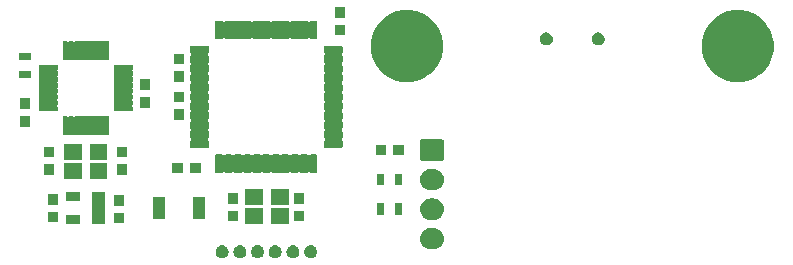
<source format=gbr>
G04 #@! TF.GenerationSoftware,KiCad,Pcbnew,(5.1.4)-1*
G04 #@! TF.CreationDate,2020-06-06T20:18:40+01:00*
G04 #@! TF.ProjectId,RF_R1_USB2USB_SPIPin_v1,52465f52-315f-4555-9342-325553425f53,rev?*
G04 #@! TF.SameCoordinates,Original*
G04 #@! TF.FileFunction,Soldermask,Top*
G04 #@! TF.FilePolarity,Negative*
%FSLAX46Y46*%
G04 Gerber Fmt 4.6, Leading zero omitted, Abs format (unit mm)*
G04 Created by KiCad (PCBNEW (5.1.4)-1) date 2020-06-06 20:18:40*
%MOMM*%
%LPD*%
G04 APERTURE LIST*
%ADD10C,0.100000*%
G04 APERTURE END LIST*
D10*
G36*
X119010721Y-73870174D02*
G01*
X119110995Y-73911709D01*
X119110996Y-73911710D01*
X119201242Y-73972010D01*
X119277990Y-74048758D01*
X119308345Y-74094188D01*
X119338291Y-74139005D01*
X119379826Y-74239279D01*
X119401000Y-74345730D01*
X119401000Y-74454270D01*
X119379826Y-74560721D01*
X119338291Y-74660995D01*
X119338290Y-74660996D01*
X119277990Y-74751242D01*
X119201242Y-74827990D01*
X119155812Y-74858345D01*
X119110995Y-74888291D01*
X119010721Y-74929826D01*
X118904270Y-74951000D01*
X118795730Y-74951000D01*
X118689279Y-74929826D01*
X118589005Y-74888291D01*
X118544188Y-74858345D01*
X118498758Y-74827990D01*
X118422010Y-74751242D01*
X118361710Y-74660996D01*
X118361709Y-74660995D01*
X118320174Y-74560721D01*
X118299000Y-74454270D01*
X118299000Y-74345730D01*
X118320174Y-74239279D01*
X118361709Y-74139005D01*
X118391655Y-74094188D01*
X118422010Y-74048758D01*
X118498758Y-73972010D01*
X118589004Y-73911710D01*
X118589005Y-73911709D01*
X118689279Y-73870174D01*
X118795730Y-73849000D01*
X118904270Y-73849000D01*
X119010721Y-73870174D01*
X119010721Y-73870174D01*
G37*
G36*
X120510721Y-73870174D02*
G01*
X120610995Y-73911709D01*
X120610996Y-73911710D01*
X120701242Y-73972010D01*
X120777990Y-74048758D01*
X120808345Y-74094188D01*
X120838291Y-74139005D01*
X120879826Y-74239279D01*
X120901000Y-74345730D01*
X120901000Y-74454270D01*
X120879826Y-74560721D01*
X120838291Y-74660995D01*
X120838290Y-74660996D01*
X120777990Y-74751242D01*
X120701242Y-74827990D01*
X120655812Y-74858345D01*
X120610995Y-74888291D01*
X120510721Y-74929826D01*
X120404270Y-74951000D01*
X120295730Y-74951000D01*
X120189279Y-74929826D01*
X120089005Y-74888291D01*
X120044188Y-74858345D01*
X119998758Y-74827990D01*
X119922010Y-74751242D01*
X119861710Y-74660996D01*
X119861709Y-74660995D01*
X119820174Y-74560721D01*
X119799000Y-74454270D01*
X119799000Y-74345730D01*
X119820174Y-74239279D01*
X119861709Y-74139005D01*
X119891655Y-74094188D01*
X119922010Y-74048758D01*
X119998758Y-73972010D01*
X120089004Y-73911710D01*
X120089005Y-73911709D01*
X120189279Y-73870174D01*
X120295730Y-73849000D01*
X120404270Y-73849000D01*
X120510721Y-73870174D01*
X120510721Y-73870174D01*
G37*
G36*
X114510721Y-73870174D02*
G01*
X114610995Y-73911709D01*
X114610996Y-73911710D01*
X114701242Y-73972010D01*
X114777990Y-74048758D01*
X114808345Y-74094188D01*
X114838291Y-74139005D01*
X114879826Y-74239279D01*
X114901000Y-74345730D01*
X114901000Y-74454270D01*
X114879826Y-74560721D01*
X114838291Y-74660995D01*
X114838290Y-74660996D01*
X114777990Y-74751242D01*
X114701242Y-74827990D01*
X114655812Y-74858345D01*
X114610995Y-74888291D01*
X114510721Y-74929826D01*
X114404270Y-74951000D01*
X114295730Y-74951000D01*
X114189279Y-74929826D01*
X114089005Y-74888291D01*
X114044188Y-74858345D01*
X113998758Y-74827990D01*
X113922010Y-74751242D01*
X113861710Y-74660996D01*
X113861709Y-74660995D01*
X113820174Y-74560721D01*
X113799000Y-74454270D01*
X113799000Y-74345730D01*
X113820174Y-74239279D01*
X113861709Y-74139005D01*
X113891655Y-74094188D01*
X113922010Y-74048758D01*
X113998758Y-73972010D01*
X114089004Y-73911710D01*
X114089005Y-73911709D01*
X114189279Y-73870174D01*
X114295730Y-73849000D01*
X114404270Y-73849000D01*
X114510721Y-73870174D01*
X114510721Y-73870174D01*
G37*
G36*
X116010721Y-73870174D02*
G01*
X116110995Y-73911709D01*
X116110996Y-73911710D01*
X116201242Y-73972010D01*
X116277990Y-74048758D01*
X116308345Y-74094188D01*
X116338291Y-74139005D01*
X116379826Y-74239279D01*
X116401000Y-74345730D01*
X116401000Y-74454270D01*
X116379826Y-74560721D01*
X116338291Y-74660995D01*
X116338290Y-74660996D01*
X116277990Y-74751242D01*
X116201242Y-74827990D01*
X116155812Y-74858345D01*
X116110995Y-74888291D01*
X116010721Y-74929826D01*
X115904270Y-74951000D01*
X115795730Y-74951000D01*
X115689279Y-74929826D01*
X115589005Y-74888291D01*
X115544188Y-74858345D01*
X115498758Y-74827990D01*
X115422010Y-74751242D01*
X115361710Y-74660996D01*
X115361709Y-74660995D01*
X115320174Y-74560721D01*
X115299000Y-74454270D01*
X115299000Y-74345730D01*
X115320174Y-74239279D01*
X115361709Y-74139005D01*
X115391655Y-74094188D01*
X115422010Y-74048758D01*
X115498758Y-73972010D01*
X115589004Y-73911710D01*
X115589005Y-73911709D01*
X115689279Y-73870174D01*
X115795730Y-73849000D01*
X115904270Y-73849000D01*
X116010721Y-73870174D01*
X116010721Y-73870174D01*
G37*
G36*
X122010721Y-73870174D02*
G01*
X122110995Y-73911709D01*
X122110996Y-73911710D01*
X122201242Y-73972010D01*
X122277990Y-74048758D01*
X122308345Y-74094188D01*
X122338291Y-74139005D01*
X122379826Y-74239279D01*
X122401000Y-74345730D01*
X122401000Y-74454270D01*
X122379826Y-74560721D01*
X122338291Y-74660995D01*
X122338290Y-74660996D01*
X122277990Y-74751242D01*
X122201242Y-74827990D01*
X122155812Y-74858345D01*
X122110995Y-74888291D01*
X122010721Y-74929826D01*
X121904270Y-74951000D01*
X121795730Y-74951000D01*
X121689279Y-74929826D01*
X121589005Y-74888291D01*
X121544188Y-74858345D01*
X121498758Y-74827990D01*
X121422010Y-74751242D01*
X121361710Y-74660996D01*
X121361709Y-74660995D01*
X121320174Y-74560721D01*
X121299000Y-74454270D01*
X121299000Y-74345730D01*
X121320174Y-74239279D01*
X121361709Y-74139005D01*
X121391655Y-74094188D01*
X121422010Y-74048758D01*
X121498758Y-73972010D01*
X121589004Y-73911710D01*
X121589005Y-73911709D01*
X121689279Y-73870174D01*
X121795730Y-73849000D01*
X121904270Y-73849000D01*
X122010721Y-73870174D01*
X122010721Y-73870174D01*
G37*
G36*
X117510721Y-73870174D02*
G01*
X117610995Y-73911709D01*
X117610996Y-73911710D01*
X117701242Y-73972010D01*
X117777990Y-74048758D01*
X117808345Y-74094188D01*
X117838291Y-74139005D01*
X117879826Y-74239279D01*
X117901000Y-74345730D01*
X117901000Y-74454270D01*
X117879826Y-74560721D01*
X117838291Y-74660995D01*
X117838290Y-74660996D01*
X117777990Y-74751242D01*
X117701242Y-74827990D01*
X117655812Y-74858345D01*
X117610995Y-74888291D01*
X117510721Y-74929826D01*
X117404270Y-74951000D01*
X117295730Y-74951000D01*
X117189279Y-74929826D01*
X117089005Y-74888291D01*
X117044188Y-74858345D01*
X116998758Y-74827990D01*
X116922010Y-74751242D01*
X116861710Y-74660996D01*
X116861709Y-74660995D01*
X116820174Y-74560721D01*
X116799000Y-74454270D01*
X116799000Y-74345730D01*
X116820174Y-74239279D01*
X116861709Y-74139005D01*
X116891655Y-74094188D01*
X116922010Y-74048758D01*
X116998758Y-73972010D01*
X117089004Y-73911710D01*
X117089005Y-73911709D01*
X117189279Y-73870174D01*
X117295730Y-73849000D01*
X117404270Y-73849000D01*
X117510721Y-73870174D01*
X117510721Y-73870174D01*
G37*
G36*
X132355442Y-72405518D02*
G01*
X132421627Y-72412037D01*
X132591466Y-72463557D01*
X132747991Y-72547222D01*
X132783729Y-72576552D01*
X132885186Y-72659814D01*
X132968448Y-72761271D01*
X132997778Y-72797009D01*
X133081443Y-72953534D01*
X133132963Y-73123373D01*
X133150359Y-73300000D01*
X133132963Y-73476627D01*
X133081443Y-73646466D01*
X132997778Y-73802991D01*
X132968448Y-73838729D01*
X132885186Y-73940186D01*
X132783729Y-74023448D01*
X132747991Y-74052778D01*
X132591466Y-74136443D01*
X132421627Y-74187963D01*
X132355443Y-74194481D01*
X132289260Y-74201000D01*
X131950740Y-74201000D01*
X131884557Y-74194481D01*
X131818373Y-74187963D01*
X131648534Y-74136443D01*
X131492009Y-74052778D01*
X131456271Y-74023448D01*
X131354814Y-73940186D01*
X131271552Y-73838729D01*
X131242222Y-73802991D01*
X131158557Y-73646466D01*
X131107037Y-73476627D01*
X131089641Y-73300000D01*
X131107037Y-73123373D01*
X131158557Y-72953534D01*
X131242222Y-72797009D01*
X131271552Y-72761271D01*
X131354814Y-72659814D01*
X131456271Y-72576552D01*
X131492009Y-72547222D01*
X131648534Y-72463557D01*
X131818373Y-72412037D01*
X131884558Y-72405518D01*
X131950740Y-72399000D01*
X132289260Y-72399000D01*
X132355442Y-72405518D01*
X132355442Y-72405518D01*
G37*
G36*
X104481000Y-72046000D02*
G01*
X103319000Y-72046000D01*
X103319000Y-69394000D01*
X104481000Y-69394000D01*
X104481000Y-72046000D01*
X104481000Y-72046000D01*
G37*
G36*
X102281000Y-72046000D02*
G01*
X101119000Y-72046000D01*
X101119000Y-71294000D01*
X102281000Y-71294000D01*
X102281000Y-72046000D01*
X102281000Y-72046000D01*
G37*
G36*
X119981000Y-72041000D02*
G01*
X118479000Y-72041000D01*
X118479000Y-70739000D01*
X119981000Y-70739000D01*
X119981000Y-72041000D01*
X119981000Y-72041000D01*
G37*
G36*
X117781000Y-72041000D02*
G01*
X116279000Y-72041000D01*
X116279000Y-70739000D01*
X117781000Y-70739000D01*
X117781000Y-72041000D01*
X117781000Y-72041000D01*
G37*
G36*
X106026000Y-72021000D02*
G01*
X105174000Y-72021000D01*
X105174000Y-71119000D01*
X106026000Y-71119000D01*
X106026000Y-72021000D01*
X106026000Y-72021000D01*
G37*
G36*
X100426000Y-71921000D02*
G01*
X99574000Y-71921000D01*
X99574000Y-71019000D01*
X100426000Y-71019000D01*
X100426000Y-71921000D01*
X100426000Y-71921000D01*
G37*
G36*
X115726000Y-71851000D02*
G01*
X114874000Y-71851000D01*
X114874000Y-70949000D01*
X115726000Y-70949000D01*
X115726000Y-71851000D01*
X115726000Y-71851000D01*
G37*
G36*
X121326000Y-71851000D02*
G01*
X120474000Y-71851000D01*
X120474000Y-70949000D01*
X121326000Y-70949000D01*
X121326000Y-71851000D01*
X121326000Y-71851000D01*
G37*
G36*
X132355442Y-69905518D02*
G01*
X132421627Y-69912037D01*
X132591466Y-69963557D01*
X132747991Y-70047222D01*
X132783729Y-70076552D01*
X132885186Y-70159814D01*
X132968448Y-70261271D01*
X132997778Y-70297009D01*
X133081443Y-70453534D01*
X133132963Y-70623373D01*
X133150359Y-70800000D01*
X133132963Y-70976627D01*
X133081443Y-71146466D01*
X132997778Y-71302991D01*
X132968448Y-71338729D01*
X132885186Y-71440186D01*
X132783729Y-71523448D01*
X132747991Y-71552778D01*
X132591466Y-71636443D01*
X132421627Y-71687963D01*
X132355443Y-71694481D01*
X132289260Y-71701000D01*
X131950740Y-71701000D01*
X131884557Y-71694481D01*
X131818373Y-71687963D01*
X131648534Y-71636443D01*
X131492009Y-71552778D01*
X131456271Y-71523448D01*
X131354814Y-71440186D01*
X131271552Y-71338729D01*
X131242222Y-71302991D01*
X131158557Y-71146466D01*
X131107037Y-70976627D01*
X131089641Y-70800000D01*
X131107037Y-70623373D01*
X131158557Y-70453534D01*
X131242222Y-70297009D01*
X131271552Y-70261271D01*
X131354814Y-70159814D01*
X131456271Y-70076552D01*
X131492009Y-70047222D01*
X131648534Y-69963557D01*
X131818373Y-69912037D01*
X131884558Y-69905518D01*
X131950740Y-69899000D01*
X132289260Y-69899000D01*
X132355442Y-69905518D01*
X132355442Y-69905518D01*
G37*
G36*
X109501000Y-71601000D02*
G01*
X108499000Y-71601000D01*
X108499000Y-69799000D01*
X109501000Y-69799000D01*
X109501000Y-71601000D01*
X109501000Y-71601000D01*
G37*
G36*
X112901000Y-71601000D02*
G01*
X111899000Y-71601000D01*
X111899000Y-69799000D01*
X112901000Y-69799000D01*
X112901000Y-71601000D01*
X112901000Y-71601000D01*
G37*
G36*
X128101000Y-71301000D02*
G01*
X127499000Y-71301000D01*
X127499000Y-70299000D01*
X128101000Y-70299000D01*
X128101000Y-71301000D01*
X128101000Y-71301000D01*
G37*
G36*
X129601000Y-71301000D02*
G01*
X128999000Y-71301000D01*
X128999000Y-70299000D01*
X129601000Y-70299000D01*
X129601000Y-71301000D01*
X129601000Y-71301000D01*
G37*
G36*
X106026000Y-70521000D02*
G01*
X105174000Y-70521000D01*
X105174000Y-69619000D01*
X106026000Y-69619000D01*
X106026000Y-70521000D01*
X106026000Y-70521000D01*
G37*
G36*
X117781000Y-70441000D02*
G01*
X116279000Y-70441000D01*
X116279000Y-69139000D01*
X117781000Y-69139000D01*
X117781000Y-70441000D01*
X117781000Y-70441000D01*
G37*
G36*
X119981000Y-70441000D02*
G01*
X118479000Y-70441000D01*
X118479000Y-69139000D01*
X119981000Y-69139000D01*
X119981000Y-70441000D01*
X119981000Y-70441000D01*
G37*
G36*
X100426000Y-70421000D02*
G01*
X99574000Y-70421000D01*
X99574000Y-69519000D01*
X100426000Y-69519000D01*
X100426000Y-70421000D01*
X100426000Y-70421000D01*
G37*
G36*
X121326000Y-70351000D02*
G01*
X120474000Y-70351000D01*
X120474000Y-69449000D01*
X121326000Y-69449000D01*
X121326000Y-70351000D01*
X121326000Y-70351000D01*
G37*
G36*
X115726000Y-70351000D02*
G01*
X114874000Y-70351000D01*
X114874000Y-69449000D01*
X115726000Y-69449000D01*
X115726000Y-70351000D01*
X115726000Y-70351000D01*
G37*
G36*
X102281000Y-70146000D02*
G01*
X101119000Y-70146000D01*
X101119000Y-69394000D01*
X102281000Y-69394000D01*
X102281000Y-70146000D01*
X102281000Y-70146000D01*
G37*
G36*
X132355443Y-67405519D02*
G01*
X132421627Y-67412037D01*
X132591466Y-67463557D01*
X132747991Y-67547222D01*
X132783729Y-67576552D01*
X132885186Y-67659814D01*
X132957449Y-67747868D01*
X132997778Y-67797009D01*
X133081443Y-67953534D01*
X133132963Y-68123373D01*
X133150359Y-68300000D01*
X133132963Y-68476627D01*
X133081443Y-68646466D01*
X132997778Y-68802991D01*
X132968448Y-68838729D01*
X132885186Y-68940186D01*
X132783729Y-69023448D01*
X132747991Y-69052778D01*
X132591466Y-69136443D01*
X132421627Y-69187963D01*
X132355442Y-69194482D01*
X132289260Y-69201000D01*
X131950740Y-69201000D01*
X131884558Y-69194482D01*
X131818373Y-69187963D01*
X131648534Y-69136443D01*
X131492009Y-69052778D01*
X131456271Y-69023448D01*
X131354814Y-68940186D01*
X131271552Y-68838729D01*
X131242222Y-68802991D01*
X131158557Y-68646466D01*
X131107037Y-68476627D01*
X131089641Y-68300000D01*
X131107037Y-68123373D01*
X131158557Y-67953534D01*
X131242222Y-67797009D01*
X131282551Y-67747868D01*
X131354814Y-67659814D01*
X131456271Y-67576552D01*
X131492009Y-67547222D01*
X131648534Y-67463557D01*
X131818373Y-67412037D01*
X131884557Y-67405519D01*
X131950740Y-67399000D01*
X132289260Y-67399000D01*
X132355443Y-67405519D01*
X132355443Y-67405519D01*
G37*
G36*
X128101000Y-68801000D02*
G01*
X127499000Y-68801000D01*
X127499000Y-67799000D01*
X128101000Y-67799000D01*
X128101000Y-68801000D01*
X128101000Y-68801000D01*
G37*
G36*
X129601000Y-68801000D02*
G01*
X128999000Y-68801000D01*
X128999000Y-67799000D01*
X129601000Y-67799000D01*
X129601000Y-68801000D01*
X129601000Y-68801000D01*
G37*
G36*
X102451000Y-68221000D02*
G01*
X100949000Y-68221000D01*
X100949000Y-66919000D01*
X102451000Y-66919000D01*
X102451000Y-68221000D01*
X102451000Y-68221000D01*
G37*
G36*
X104651000Y-68221000D02*
G01*
X103149000Y-68221000D01*
X103149000Y-66919000D01*
X104651000Y-66919000D01*
X104651000Y-68221000D01*
X104651000Y-68221000D01*
G37*
G36*
X100126000Y-67921000D02*
G01*
X99274000Y-67921000D01*
X99274000Y-67019000D01*
X100126000Y-67019000D01*
X100126000Y-67921000D01*
X100126000Y-67921000D01*
G37*
G36*
X106326000Y-67921000D02*
G01*
X105474000Y-67921000D01*
X105474000Y-67019000D01*
X106326000Y-67019000D01*
X106326000Y-67921000D01*
X106326000Y-67921000D01*
G37*
G36*
X114344987Y-66176524D02*
G01*
X114363730Y-66182210D01*
X114380997Y-66191439D01*
X114396138Y-66203865D01*
X114403375Y-66212683D01*
X114420702Y-66230010D01*
X114441076Y-66243623D01*
X114463715Y-66253001D01*
X114487748Y-66257781D01*
X114512252Y-66257781D01*
X114536285Y-66253001D01*
X114558924Y-66243623D01*
X114579299Y-66230009D01*
X114596625Y-66212683D01*
X114603862Y-66203865D01*
X114619003Y-66191439D01*
X114636270Y-66182210D01*
X114655013Y-66176524D01*
X114680640Y-66174000D01*
X115119360Y-66174000D01*
X115144987Y-66176524D01*
X115163730Y-66182210D01*
X115180997Y-66191439D01*
X115196138Y-66203865D01*
X115203375Y-66212683D01*
X115220702Y-66230010D01*
X115241076Y-66243623D01*
X115263715Y-66253001D01*
X115287748Y-66257781D01*
X115312252Y-66257781D01*
X115336285Y-66253001D01*
X115358924Y-66243623D01*
X115379299Y-66230009D01*
X115396625Y-66212683D01*
X115403862Y-66203865D01*
X115419003Y-66191439D01*
X115436270Y-66182210D01*
X115455013Y-66176524D01*
X115480640Y-66174000D01*
X115919360Y-66174000D01*
X115944987Y-66176524D01*
X115963730Y-66182210D01*
X115980997Y-66191439D01*
X115996138Y-66203865D01*
X116003375Y-66212683D01*
X116020702Y-66230010D01*
X116041076Y-66243623D01*
X116063715Y-66253001D01*
X116087748Y-66257781D01*
X116112252Y-66257781D01*
X116136285Y-66253001D01*
X116158924Y-66243623D01*
X116179299Y-66230009D01*
X116196625Y-66212683D01*
X116203862Y-66203865D01*
X116219003Y-66191439D01*
X116236270Y-66182210D01*
X116255013Y-66176524D01*
X116280640Y-66174000D01*
X116719360Y-66174000D01*
X116744987Y-66176524D01*
X116763730Y-66182210D01*
X116780997Y-66191439D01*
X116796138Y-66203865D01*
X116803375Y-66212683D01*
X116820702Y-66230010D01*
X116841076Y-66243623D01*
X116863715Y-66253001D01*
X116887748Y-66257781D01*
X116912252Y-66257781D01*
X116936285Y-66253001D01*
X116958924Y-66243623D01*
X116979299Y-66230009D01*
X116996625Y-66212683D01*
X117003862Y-66203865D01*
X117019003Y-66191439D01*
X117036270Y-66182210D01*
X117055013Y-66176524D01*
X117080640Y-66174000D01*
X117519360Y-66174000D01*
X117544987Y-66176524D01*
X117563730Y-66182210D01*
X117580997Y-66191439D01*
X117596138Y-66203865D01*
X117603375Y-66212683D01*
X117620702Y-66230010D01*
X117641076Y-66243623D01*
X117663715Y-66253001D01*
X117687748Y-66257781D01*
X117712252Y-66257781D01*
X117736285Y-66253001D01*
X117758924Y-66243623D01*
X117779299Y-66230009D01*
X117796625Y-66212683D01*
X117803862Y-66203865D01*
X117819003Y-66191439D01*
X117836270Y-66182210D01*
X117855013Y-66176524D01*
X117880640Y-66174000D01*
X118319360Y-66174000D01*
X118344987Y-66176524D01*
X118363730Y-66182210D01*
X118380997Y-66191439D01*
X118396138Y-66203865D01*
X118403375Y-66212683D01*
X118420702Y-66230010D01*
X118441076Y-66243623D01*
X118463715Y-66253001D01*
X118487748Y-66257781D01*
X118512252Y-66257781D01*
X118536285Y-66253001D01*
X118558924Y-66243623D01*
X118579299Y-66230009D01*
X118596625Y-66212683D01*
X118603862Y-66203865D01*
X118619003Y-66191439D01*
X118636270Y-66182210D01*
X118655013Y-66176524D01*
X118680640Y-66174000D01*
X119119360Y-66174000D01*
X119144987Y-66176524D01*
X119163730Y-66182210D01*
X119180997Y-66191439D01*
X119196138Y-66203865D01*
X119203375Y-66212683D01*
X119220702Y-66230010D01*
X119241076Y-66243623D01*
X119263715Y-66253001D01*
X119287748Y-66257781D01*
X119312252Y-66257781D01*
X119336285Y-66253001D01*
X119358924Y-66243623D01*
X119379299Y-66230009D01*
X119396625Y-66212683D01*
X119403862Y-66203865D01*
X119419003Y-66191439D01*
X119436270Y-66182210D01*
X119455013Y-66176524D01*
X119480640Y-66174000D01*
X119919360Y-66174000D01*
X119944987Y-66176524D01*
X119963730Y-66182210D01*
X119980997Y-66191439D01*
X119996138Y-66203865D01*
X120003375Y-66212683D01*
X120020702Y-66230010D01*
X120041076Y-66243623D01*
X120063715Y-66253001D01*
X120087748Y-66257781D01*
X120112252Y-66257781D01*
X120136285Y-66253001D01*
X120158924Y-66243623D01*
X120179299Y-66230009D01*
X120196625Y-66212683D01*
X120203862Y-66203865D01*
X120219003Y-66191439D01*
X120236270Y-66182210D01*
X120255013Y-66176524D01*
X120280640Y-66174000D01*
X120719360Y-66174000D01*
X120744987Y-66176524D01*
X120763730Y-66182210D01*
X120780997Y-66191439D01*
X120796138Y-66203865D01*
X120803375Y-66212683D01*
X120820702Y-66230010D01*
X120841076Y-66243623D01*
X120863715Y-66253001D01*
X120887748Y-66257781D01*
X120912252Y-66257781D01*
X120936285Y-66253001D01*
X120958924Y-66243623D01*
X120979299Y-66230009D01*
X120996625Y-66212683D01*
X121003862Y-66203865D01*
X121019003Y-66191439D01*
X121036270Y-66182210D01*
X121055013Y-66176524D01*
X121080640Y-66174000D01*
X121519360Y-66174000D01*
X121544987Y-66176524D01*
X121563730Y-66182210D01*
X121580997Y-66191439D01*
X121596138Y-66203865D01*
X121603375Y-66212683D01*
X121620702Y-66230010D01*
X121641076Y-66243623D01*
X121663715Y-66253001D01*
X121687748Y-66257781D01*
X121712252Y-66257781D01*
X121736285Y-66253001D01*
X121758924Y-66243623D01*
X121779299Y-66230009D01*
X121796625Y-66212683D01*
X121803862Y-66203865D01*
X121819003Y-66191439D01*
X121836270Y-66182210D01*
X121855013Y-66176524D01*
X121880640Y-66174000D01*
X122319360Y-66174000D01*
X122344987Y-66176524D01*
X122363730Y-66182210D01*
X122380997Y-66191439D01*
X122396136Y-66203864D01*
X122408561Y-66219003D01*
X122417790Y-66236270D01*
X122423476Y-66255013D01*
X122426000Y-66280640D01*
X122426000Y-67644360D01*
X122423476Y-67669987D01*
X122417790Y-67688730D01*
X122408561Y-67705997D01*
X122396136Y-67721136D01*
X122380997Y-67733561D01*
X122363730Y-67742790D01*
X122344987Y-67748476D01*
X122319360Y-67751000D01*
X121880640Y-67751000D01*
X121855013Y-67748476D01*
X121836270Y-67742790D01*
X121819003Y-67733561D01*
X121803862Y-67721135D01*
X121796625Y-67712317D01*
X121779298Y-67694990D01*
X121758924Y-67681377D01*
X121736285Y-67671999D01*
X121712252Y-67667219D01*
X121687748Y-67667219D01*
X121663715Y-67671999D01*
X121641076Y-67681377D01*
X121620701Y-67694991D01*
X121603375Y-67712317D01*
X121596138Y-67721135D01*
X121580997Y-67733561D01*
X121563730Y-67742790D01*
X121544987Y-67748476D01*
X121519360Y-67751000D01*
X121080640Y-67751000D01*
X121055013Y-67748476D01*
X121036270Y-67742790D01*
X121019003Y-67733561D01*
X121003862Y-67721135D01*
X120996625Y-67712317D01*
X120979298Y-67694990D01*
X120958924Y-67681377D01*
X120936285Y-67671999D01*
X120912252Y-67667219D01*
X120887748Y-67667219D01*
X120863715Y-67671999D01*
X120841076Y-67681377D01*
X120820701Y-67694991D01*
X120803375Y-67712317D01*
X120796138Y-67721135D01*
X120780997Y-67733561D01*
X120763730Y-67742790D01*
X120744987Y-67748476D01*
X120719360Y-67751000D01*
X120280640Y-67751000D01*
X120255013Y-67748476D01*
X120236270Y-67742790D01*
X120219003Y-67733561D01*
X120203862Y-67721135D01*
X120196625Y-67712317D01*
X120179298Y-67694990D01*
X120158924Y-67681377D01*
X120136285Y-67671999D01*
X120112252Y-67667219D01*
X120087748Y-67667219D01*
X120063715Y-67671999D01*
X120041076Y-67681377D01*
X120020701Y-67694991D01*
X120003375Y-67712317D01*
X119996138Y-67721135D01*
X119980997Y-67733561D01*
X119963730Y-67742790D01*
X119944987Y-67748476D01*
X119919360Y-67751000D01*
X119480640Y-67751000D01*
X119455013Y-67748476D01*
X119436270Y-67742790D01*
X119419003Y-67733561D01*
X119403862Y-67721135D01*
X119396625Y-67712317D01*
X119379298Y-67694990D01*
X119358924Y-67681377D01*
X119336285Y-67671999D01*
X119312252Y-67667219D01*
X119287748Y-67667219D01*
X119263715Y-67671999D01*
X119241076Y-67681377D01*
X119220701Y-67694991D01*
X119203375Y-67712317D01*
X119196138Y-67721135D01*
X119180997Y-67733561D01*
X119163730Y-67742790D01*
X119144987Y-67748476D01*
X119119360Y-67751000D01*
X118680640Y-67751000D01*
X118655013Y-67748476D01*
X118636270Y-67742790D01*
X118619003Y-67733561D01*
X118603862Y-67721135D01*
X118596625Y-67712317D01*
X118579298Y-67694990D01*
X118558924Y-67681377D01*
X118536285Y-67671999D01*
X118512252Y-67667219D01*
X118487748Y-67667219D01*
X118463715Y-67671999D01*
X118441076Y-67681377D01*
X118420701Y-67694991D01*
X118403375Y-67712317D01*
X118396138Y-67721135D01*
X118380997Y-67733561D01*
X118363730Y-67742790D01*
X118344987Y-67748476D01*
X118319360Y-67751000D01*
X117880640Y-67751000D01*
X117855013Y-67748476D01*
X117836270Y-67742790D01*
X117819003Y-67733561D01*
X117803862Y-67721135D01*
X117796625Y-67712317D01*
X117779298Y-67694990D01*
X117758924Y-67681377D01*
X117736285Y-67671999D01*
X117712252Y-67667219D01*
X117687748Y-67667219D01*
X117663715Y-67671999D01*
X117641076Y-67681377D01*
X117620701Y-67694991D01*
X117603375Y-67712317D01*
X117596138Y-67721135D01*
X117580997Y-67733561D01*
X117563730Y-67742790D01*
X117544987Y-67748476D01*
X117519360Y-67751000D01*
X117080640Y-67751000D01*
X117055013Y-67748476D01*
X117036270Y-67742790D01*
X117019003Y-67733561D01*
X117003862Y-67721135D01*
X116996625Y-67712317D01*
X116979298Y-67694990D01*
X116958924Y-67681377D01*
X116936285Y-67671999D01*
X116912252Y-67667219D01*
X116887748Y-67667219D01*
X116863715Y-67671999D01*
X116841076Y-67681377D01*
X116820701Y-67694991D01*
X116803375Y-67712317D01*
X116796138Y-67721135D01*
X116780997Y-67733561D01*
X116763730Y-67742790D01*
X116744987Y-67748476D01*
X116719360Y-67751000D01*
X116280640Y-67751000D01*
X116255013Y-67748476D01*
X116236270Y-67742790D01*
X116219003Y-67733561D01*
X116203862Y-67721135D01*
X116196625Y-67712317D01*
X116179298Y-67694990D01*
X116158924Y-67681377D01*
X116136285Y-67671999D01*
X116112252Y-67667219D01*
X116087748Y-67667219D01*
X116063715Y-67671999D01*
X116041076Y-67681377D01*
X116020701Y-67694991D01*
X116003375Y-67712317D01*
X115996138Y-67721135D01*
X115980997Y-67733561D01*
X115963730Y-67742790D01*
X115944987Y-67748476D01*
X115919360Y-67751000D01*
X115480640Y-67751000D01*
X115455013Y-67748476D01*
X115436270Y-67742790D01*
X115419003Y-67733561D01*
X115403862Y-67721135D01*
X115396625Y-67712317D01*
X115379298Y-67694990D01*
X115358924Y-67681377D01*
X115336285Y-67671999D01*
X115312252Y-67667219D01*
X115287748Y-67667219D01*
X115263715Y-67671999D01*
X115241076Y-67681377D01*
X115220701Y-67694991D01*
X115203375Y-67712317D01*
X115196138Y-67721135D01*
X115180997Y-67733561D01*
X115163730Y-67742790D01*
X115144987Y-67748476D01*
X115119360Y-67751000D01*
X114680640Y-67751000D01*
X114655013Y-67748476D01*
X114636270Y-67742790D01*
X114619003Y-67733561D01*
X114603862Y-67721135D01*
X114596625Y-67712317D01*
X114579298Y-67694990D01*
X114558924Y-67681377D01*
X114536285Y-67671999D01*
X114512252Y-67667219D01*
X114487748Y-67667219D01*
X114463715Y-67671999D01*
X114441076Y-67681377D01*
X114420701Y-67694991D01*
X114403375Y-67712317D01*
X114396138Y-67721135D01*
X114380997Y-67733561D01*
X114363730Y-67742790D01*
X114344987Y-67748476D01*
X114319360Y-67751000D01*
X113880640Y-67751000D01*
X113855013Y-67748476D01*
X113836270Y-67742790D01*
X113819003Y-67733561D01*
X113803864Y-67721136D01*
X113791439Y-67705997D01*
X113782210Y-67688730D01*
X113776524Y-67669987D01*
X113774000Y-67644360D01*
X113774000Y-66280640D01*
X113776524Y-66255013D01*
X113782210Y-66236270D01*
X113791439Y-66219003D01*
X113803864Y-66203864D01*
X113819003Y-66191439D01*
X113836270Y-66182210D01*
X113855013Y-66176524D01*
X113880640Y-66174000D01*
X114319360Y-66174000D01*
X114344987Y-66176524D01*
X114344987Y-66176524D01*
G37*
G36*
X112551000Y-67726000D02*
G01*
X111649000Y-67726000D01*
X111649000Y-66874000D01*
X112551000Y-66874000D01*
X112551000Y-67726000D01*
X112551000Y-67726000D01*
G37*
G36*
X111051000Y-67726000D02*
G01*
X110149000Y-67726000D01*
X110149000Y-66874000D01*
X111051000Y-66874000D01*
X111051000Y-67726000D01*
X111051000Y-67726000D01*
G37*
G36*
X133003600Y-64902989D02*
G01*
X133036652Y-64913015D01*
X133067103Y-64929292D01*
X133093799Y-64951201D01*
X133115708Y-64977897D01*
X133131985Y-65008348D01*
X133142011Y-65041400D01*
X133146000Y-65081903D01*
X133146000Y-66518097D01*
X133142011Y-66558600D01*
X133131985Y-66591652D01*
X133115708Y-66622103D01*
X133093799Y-66648799D01*
X133067103Y-66670708D01*
X133036652Y-66686985D01*
X133003600Y-66697011D01*
X132963097Y-66701000D01*
X131276903Y-66701000D01*
X131236400Y-66697011D01*
X131203348Y-66686985D01*
X131172897Y-66670708D01*
X131146201Y-66648799D01*
X131124292Y-66622103D01*
X131108015Y-66591652D01*
X131097989Y-66558600D01*
X131094000Y-66518097D01*
X131094000Y-65081903D01*
X131097989Y-65041400D01*
X131108015Y-65008348D01*
X131124292Y-64977897D01*
X131146201Y-64951201D01*
X131172897Y-64929292D01*
X131203348Y-64913015D01*
X131236400Y-64902989D01*
X131276903Y-64899000D01*
X132963097Y-64899000D01*
X133003600Y-64902989D01*
X133003600Y-64902989D01*
G37*
G36*
X104651000Y-66621000D02*
G01*
X103149000Y-66621000D01*
X103149000Y-65319000D01*
X104651000Y-65319000D01*
X104651000Y-66621000D01*
X104651000Y-66621000D01*
G37*
G36*
X102451000Y-66621000D02*
G01*
X100949000Y-66621000D01*
X100949000Y-65319000D01*
X102451000Y-65319000D01*
X102451000Y-66621000D01*
X102451000Y-66621000D01*
G37*
G36*
X106326000Y-66421000D02*
G01*
X105474000Y-66421000D01*
X105474000Y-65519000D01*
X106326000Y-65519000D01*
X106326000Y-66421000D01*
X106326000Y-66421000D01*
G37*
G36*
X100126000Y-66421000D02*
G01*
X99274000Y-66421000D01*
X99274000Y-65519000D01*
X100126000Y-65519000D01*
X100126000Y-66421000D01*
X100126000Y-66421000D01*
G37*
G36*
X128261000Y-66226000D02*
G01*
X127359000Y-66226000D01*
X127359000Y-65374000D01*
X128261000Y-65374000D01*
X128261000Y-66226000D01*
X128261000Y-66226000D01*
G37*
G36*
X129761000Y-66226000D02*
G01*
X128859000Y-66226000D01*
X128859000Y-65374000D01*
X129761000Y-65374000D01*
X129761000Y-66226000D01*
X129761000Y-66226000D01*
G37*
G36*
X124469987Y-56976524D02*
G01*
X124488730Y-56982210D01*
X124505997Y-56991439D01*
X124521136Y-57003864D01*
X124533561Y-57019003D01*
X124542790Y-57036270D01*
X124548476Y-57055013D01*
X124551000Y-57080640D01*
X124551000Y-57519360D01*
X124548476Y-57544987D01*
X124542790Y-57563730D01*
X124533561Y-57580997D01*
X124521135Y-57596138D01*
X124512317Y-57603375D01*
X124494990Y-57620702D01*
X124481377Y-57641076D01*
X124471999Y-57663715D01*
X124467219Y-57687748D01*
X124467219Y-57712252D01*
X124471999Y-57736285D01*
X124481377Y-57758924D01*
X124494991Y-57779299D01*
X124512317Y-57796625D01*
X124521135Y-57803862D01*
X124533561Y-57819003D01*
X124542790Y-57836270D01*
X124548476Y-57855013D01*
X124551000Y-57880640D01*
X124551000Y-58319360D01*
X124548476Y-58344987D01*
X124542790Y-58363730D01*
X124533561Y-58380997D01*
X124521135Y-58396138D01*
X124512317Y-58403375D01*
X124494990Y-58420702D01*
X124481377Y-58441076D01*
X124471999Y-58463715D01*
X124467219Y-58487748D01*
X124467219Y-58512252D01*
X124471999Y-58536285D01*
X124481377Y-58558924D01*
X124494991Y-58579299D01*
X124512317Y-58596625D01*
X124521135Y-58603862D01*
X124533561Y-58619003D01*
X124542790Y-58636270D01*
X124548476Y-58655013D01*
X124551000Y-58680640D01*
X124551000Y-59119360D01*
X124548476Y-59144987D01*
X124542790Y-59163730D01*
X124533561Y-59180997D01*
X124521135Y-59196138D01*
X124512317Y-59203375D01*
X124494990Y-59220702D01*
X124481377Y-59241076D01*
X124471999Y-59263715D01*
X124467219Y-59287748D01*
X124467219Y-59312252D01*
X124471999Y-59336285D01*
X124481377Y-59358924D01*
X124494991Y-59379299D01*
X124512317Y-59396625D01*
X124521135Y-59403862D01*
X124533561Y-59419003D01*
X124542790Y-59436270D01*
X124548476Y-59455013D01*
X124551000Y-59480640D01*
X124551000Y-59919360D01*
X124548476Y-59944987D01*
X124542790Y-59963730D01*
X124533561Y-59980997D01*
X124521135Y-59996138D01*
X124512317Y-60003375D01*
X124494990Y-60020702D01*
X124481377Y-60041076D01*
X124471999Y-60063715D01*
X124467219Y-60087748D01*
X124467219Y-60112252D01*
X124471999Y-60136285D01*
X124481377Y-60158924D01*
X124494991Y-60179299D01*
X124512317Y-60196625D01*
X124521135Y-60203862D01*
X124533561Y-60219003D01*
X124542790Y-60236270D01*
X124548476Y-60255013D01*
X124551000Y-60280640D01*
X124551000Y-60719360D01*
X124548476Y-60744987D01*
X124542790Y-60763730D01*
X124533561Y-60780997D01*
X124521135Y-60796138D01*
X124512317Y-60803375D01*
X124494990Y-60820702D01*
X124481377Y-60841076D01*
X124471999Y-60863715D01*
X124467219Y-60887748D01*
X124467219Y-60912252D01*
X124471999Y-60936285D01*
X124481377Y-60958924D01*
X124494991Y-60979299D01*
X124512317Y-60996625D01*
X124521135Y-61003862D01*
X124533561Y-61019003D01*
X124542790Y-61036270D01*
X124548476Y-61055013D01*
X124551000Y-61080640D01*
X124551000Y-61519360D01*
X124548476Y-61544987D01*
X124542790Y-61563730D01*
X124533561Y-61580997D01*
X124521135Y-61596138D01*
X124512317Y-61603375D01*
X124494990Y-61620702D01*
X124481377Y-61641076D01*
X124471999Y-61663715D01*
X124467219Y-61687748D01*
X124467219Y-61712252D01*
X124471999Y-61736285D01*
X124481377Y-61758924D01*
X124494991Y-61779299D01*
X124512317Y-61796625D01*
X124521135Y-61803862D01*
X124533561Y-61819003D01*
X124542790Y-61836270D01*
X124548476Y-61855013D01*
X124551000Y-61880640D01*
X124551000Y-62319360D01*
X124548476Y-62344987D01*
X124542790Y-62363730D01*
X124533561Y-62380997D01*
X124521135Y-62396138D01*
X124512317Y-62403375D01*
X124494990Y-62420702D01*
X124481377Y-62441076D01*
X124471999Y-62463715D01*
X124467219Y-62487748D01*
X124467219Y-62512252D01*
X124471999Y-62536285D01*
X124481377Y-62558924D01*
X124494991Y-62579299D01*
X124512317Y-62596625D01*
X124521135Y-62603862D01*
X124533561Y-62619003D01*
X124542790Y-62636270D01*
X124548476Y-62655013D01*
X124551000Y-62680640D01*
X124551000Y-63119360D01*
X124548476Y-63144987D01*
X124542790Y-63163730D01*
X124533561Y-63180997D01*
X124521135Y-63196138D01*
X124512317Y-63203375D01*
X124494990Y-63220702D01*
X124481377Y-63241076D01*
X124471999Y-63263715D01*
X124467219Y-63287748D01*
X124467219Y-63312252D01*
X124471999Y-63336285D01*
X124481377Y-63358924D01*
X124494991Y-63379299D01*
X124512317Y-63396625D01*
X124521135Y-63403862D01*
X124533561Y-63419003D01*
X124542790Y-63436270D01*
X124548476Y-63455013D01*
X124551000Y-63480640D01*
X124551000Y-63919360D01*
X124548476Y-63944987D01*
X124542790Y-63963730D01*
X124533561Y-63980997D01*
X124521135Y-63996138D01*
X124512317Y-64003375D01*
X124494990Y-64020702D01*
X124481377Y-64041076D01*
X124471999Y-64063715D01*
X124467219Y-64087748D01*
X124467219Y-64112252D01*
X124471999Y-64136285D01*
X124481377Y-64158924D01*
X124494991Y-64179299D01*
X124512317Y-64196625D01*
X124521135Y-64203862D01*
X124533561Y-64219003D01*
X124542790Y-64236270D01*
X124548476Y-64255013D01*
X124551000Y-64280640D01*
X124551000Y-64719360D01*
X124548476Y-64744987D01*
X124542790Y-64763730D01*
X124533561Y-64780997D01*
X124521135Y-64796138D01*
X124512317Y-64803375D01*
X124494990Y-64820702D01*
X124481377Y-64841076D01*
X124471999Y-64863715D01*
X124467219Y-64887748D01*
X124467219Y-64912252D01*
X124471999Y-64936285D01*
X124481377Y-64958924D01*
X124494991Y-64979299D01*
X124512317Y-64996625D01*
X124521135Y-65003862D01*
X124533561Y-65019003D01*
X124542790Y-65036270D01*
X124548476Y-65055013D01*
X124551000Y-65080640D01*
X124551000Y-65519360D01*
X124548476Y-65544987D01*
X124542790Y-65563730D01*
X124533561Y-65580997D01*
X124521136Y-65596136D01*
X124505997Y-65608561D01*
X124488730Y-65617790D01*
X124469987Y-65623476D01*
X124444360Y-65626000D01*
X123080640Y-65626000D01*
X123055013Y-65623476D01*
X123036270Y-65617790D01*
X123019003Y-65608561D01*
X123003864Y-65596136D01*
X122991439Y-65580997D01*
X122982210Y-65563730D01*
X122976524Y-65544987D01*
X122974000Y-65519360D01*
X122974000Y-65080640D01*
X122976524Y-65055013D01*
X122982210Y-65036270D01*
X122991439Y-65019003D01*
X123003865Y-65003862D01*
X123012683Y-64996625D01*
X123030010Y-64979298D01*
X123043623Y-64958924D01*
X123053001Y-64936285D01*
X123057781Y-64912252D01*
X123057781Y-64887748D01*
X123053001Y-64863715D01*
X123043623Y-64841076D01*
X123030009Y-64820701D01*
X123012683Y-64803375D01*
X123003865Y-64796138D01*
X122991439Y-64780997D01*
X122982210Y-64763730D01*
X122976524Y-64744987D01*
X122974000Y-64719360D01*
X122974000Y-64280640D01*
X122976524Y-64255013D01*
X122982210Y-64236270D01*
X122991439Y-64219003D01*
X123003865Y-64203862D01*
X123012683Y-64196625D01*
X123030010Y-64179298D01*
X123043623Y-64158924D01*
X123053001Y-64136285D01*
X123057781Y-64112252D01*
X123057781Y-64087748D01*
X123053001Y-64063715D01*
X123043623Y-64041076D01*
X123030009Y-64020701D01*
X123012683Y-64003375D01*
X123003865Y-63996138D01*
X122991439Y-63980997D01*
X122982210Y-63963730D01*
X122976524Y-63944987D01*
X122974000Y-63919360D01*
X122974000Y-63480640D01*
X122976524Y-63455013D01*
X122982210Y-63436270D01*
X122991439Y-63419003D01*
X123003865Y-63403862D01*
X123012683Y-63396625D01*
X123030010Y-63379298D01*
X123043623Y-63358924D01*
X123053001Y-63336285D01*
X123057781Y-63312252D01*
X123057781Y-63287748D01*
X123053001Y-63263715D01*
X123043623Y-63241076D01*
X123030009Y-63220701D01*
X123012683Y-63203375D01*
X123003865Y-63196138D01*
X122991439Y-63180997D01*
X122982210Y-63163730D01*
X122976524Y-63144987D01*
X122974000Y-63119360D01*
X122974000Y-62680640D01*
X122976524Y-62655013D01*
X122982210Y-62636270D01*
X122991439Y-62619003D01*
X123003865Y-62603862D01*
X123012683Y-62596625D01*
X123030010Y-62579298D01*
X123043623Y-62558924D01*
X123053001Y-62536285D01*
X123057781Y-62512252D01*
X123057781Y-62487748D01*
X123053001Y-62463715D01*
X123043623Y-62441076D01*
X123030009Y-62420701D01*
X123012683Y-62403375D01*
X123003865Y-62396138D01*
X122991439Y-62380997D01*
X122982210Y-62363730D01*
X122976524Y-62344987D01*
X122974000Y-62319360D01*
X122974000Y-61880640D01*
X122976524Y-61855013D01*
X122982210Y-61836270D01*
X122991439Y-61819003D01*
X123003865Y-61803862D01*
X123012683Y-61796625D01*
X123030010Y-61779298D01*
X123043623Y-61758924D01*
X123053001Y-61736285D01*
X123057781Y-61712252D01*
X123057781Y-61687748D01*
X123053001Y-61663715D01*
X123043623Y-61641076D01*
X123030009Y-61620701D01*
X123012683Y-61603375D01*
X123003865Y-61596138D01*
X122991439Y-61580997D01*
X122982210Y-61563730D01*
X122976524Y-61544987D01*
X122974000Y-61519360D01*
X122974000Y-61080640D01*
X122976524Y-61055013D01*
X122982210Y-61036270D01*
X122991439Y-61019003D01*
X123003865Y-61003862D01*
X123012683Y-60996625D01*
X123030010Y-60979298D01*
X123043623Y-60958924D01*
X123053001Y-60936285D01*
X123057781Y-60912252D01*
X123057781Y-60887748D01*
X123053001Y-60863715D01*
X123043623Y-60841076D01*
X123030009Y-60820701D01*
X123012683Y-60803375D01*
X123003865Y-60796138D01*
X122991439Y-60780997D01*
X122982210Y-60763730D01*
X122976524Y-60744987D01*
X122974000Y-60719360D01*
X122974000Y-60280640D01*
X122976524Y-60255013D01*
X122982210Y-60236270D01*
X122991439Y-60219003D01*
X123003865Y-60203862D01*
X123012683Y-60196625D01*
X123030010Y-60179298D01*
X123043623Y-60158924D01*
X123053001Y-60136285D01*
X123057781Y-60112252D01*
X123057781Y-60087748D01*
X123053001Y-60063715D01*
X123043623Y-60041076D01*
X123030009Y-60020701D01*
X123012683Y-60003375D01*
X123003865Y-59996138D01*
X122991439Y-59980997D01*
X122982210Y-59963730D01*
X122976524Y-59944987D01*
X122974000Y-59919360D01*
X122974000Y-59480640D01*
X122976524Y-59455013D01*
X122982210Y-59436270D01*
X122991439Y-59419003D01*
X123003865Y-59403862D01*
X123012683Y-59396625D01*
X123030010Y-59379298D01*
X123043623Y-59358924D01*
X123053001Y-59336285D01*
X123057781Y-59312252D01*
X123057781Y-59287748D01*
X123053001Y-59263715D01*
X123043623Y-59241076D01*
X123030009Y-59220701D01*
X123012683Y-59203375D01*
X123003865Y-59196138D01*
X122991439Y-59180997D01*
X122982210Y-59163730D01*
X122976524Y-59144987D01*
X122974000Y-59119360D01*
X122974000Y-58680640D01*
X122976524Y-58655013D01*
X122982210Y-58636270D01*
X122991439Y-58619003D01*
X123003865Y-58603862D01*
X123012683Y-58596625D01*
X123030010Y-58579298D01*
X123043623Y-58558924D01*
X123053001Y-58536285D01*
X123057781Y-58512252D01*
X123057781Y-58487748D01*
X123053001Y-58463715D01*
X123043623Y-58441076D01*
X123030009Y-58420701D01*
X123012683Y-58403375D01*
X123003865Y-58396138D01*
X122991439Y-58380997D01*
X122982210Y-58363730D01*
X122976524Y-58344987D01*
X122974000Y-58319360D01*
X122974000Y-57880640D01*
X122976524Y-57855013D01*
X122982210Y-57836270D01*
X122991439Y-57819003D01*
X123003865Y-57803862D01*
X123012683Y-57796625D01*
X123030010Y-57779298D01*
X123043623Y-57758924D01*
X123053001Y-57736285D01*
X123057781Y-57712252D01*
X123057781Y-57687748D01*
X123053001Y-57663715D01*
X123043623Y-57641076D01*
X123030009Y-57620701D01*
X123012683Y-57603375D01*
X123003865Y-57596138D01*
X122991439Y-57580997D01*
X122982210Y-57563730D01*
X122976524Y-57544987D01*
X122974000Y-57519360D01*
X122974000Y-57080640D01*
X122976524Y-57055013D01*
X122982210Y-57036270D01*
X122991439Y-57019003D01*
X123003864Y-57003864D01*
X123019003Y-56991439D01*
X123036270Y-56982210D01*
X123055013Y-56976524D01*
X123080640Y-56974000D01*
X124444360Y-56974000D01*
X124469987Y-56976524D01*
X124469987Y-56976524D01*
G37*
G36*
X113144987Y-56976524D02*
G01*
X113163730Y-56982210D01*
X113180997Y-56991439D01*
X113196136Y-57003864D01*
X113208561Y-57019003D01*
X113217790Y-57036270D01*
X113223476Y-57055013D01*
X113226000Y-57080640D01*
X113226000Y-57519360D01*
X113223476Y-57544987D01*
X113217790Y-57563730D01*
X113208561Y-57580997D01*
X113196135Y-57596138D01*
X113187317Y-57603375D01*
X113169990Y-57620702D01*
X113156377Y-57641076D01*
X113146999Y-57663715D01*
X113142219Y-57687748D01*
X113142219Y-57712252D01*
X113146999Y-57736285D01*
X113156377Y-57758924D01*
X113169991Y-57779299D01*
X113187317Y-57796625D01*
X113196135Y-57803862D01*
X113208561Y-57819003D01*
X113217790Y-57836270D01*
X113223476Y-57855013D01*
X113226000Y-57880640D01*
X113226000Y-58319360D01*
X113223476Y-58344987D01*
X113217790Y-58363730D01*
X113208561Y-58380997D01*
X113196135Y-58396138D01*
X113187317Y-58403375D01*
X113169990Y-58420702D01*
X113156377Y-58441076D01*
X113146999Y-58463715D01*
X113142219Y-58487748D01*
X113142219Y-58512252D01*
X113146999Y-58536285D01*
X113156377Y-58558924D01*
X113169991Y-58579299D01*
X113187317Y-58596625D01*
X113196135Y-58603862D01*
X113208561Y-58619003D01*
X113217790Y-58636270D01*
X113223476Y-58655013D01*
X113226000Y-58680640D01*
X113226000Y-59119360D01*
X113223476Y-59144987D01*
X113217790Y-59163730D01*
X113208561Y-59180997D01*
X113196135Y-59196138D01*
X113187317Y-59203375D01*
X113169990Y-59220702D01*
X113156377Y-59241076D01*
X113146999Y-59263715D01*
X113142219Y-59287748D01*
X113142219Y-59312252D01*
X113146999Y-59336285D01*
X113156377Y-59358924D01*
X113169991Y-59379299D01*
X113187317Y-59396625D01*
X113196135Y-59403862D01*
X113208561Y-59419003D01*
X113217790Y-59436270D01*
X113223476Y-59455013D01*
X113226000Y-59480640D01*
X113226000Y-59919360D01*
X113223476Y-59944987D01*
X113217790Y-59963730D01*
X113208561Y-59980997D01*
X113196135Y-59996138D01*
X113187317Y-60003375D01*
X113169990Y-60020702D01*
X113156377Y-60041076D01*
X113146999Y-60063715D01*
X113142219Y-60087748D01*
X113142219Y-60112252D01*
X113146999Y-60136285D01*
X113156377Y-60158924D01*
X113169991Y-60179299D01*
X113187317Y-60196625D01*
X113196135Y-60203862D01*
X113208561Y-60219003D01*
X113217790Y-60236270D01*
X113223476Y-60255013D01*
X113226000Y-60280640D01*
X113226000Y-60719360D01*
X113223476Y-60744987D01*
X113217790Y-60763730D01*
X113208561Y-60780997D01*
X113196135Y-60796138D01*
X113187317Y-60803375D01*
X113169990Y-60820702D01*
X113156377Y-60841076D01*
X113146999Y-60863715D01*
X113142219Y-60887748D01*
X113142219Y-60912252D01*
X113146999Y-60936285D01*
X113156377Y-60958924D01*
X113169991Y-60979299D01*
X113187317Y-60996625D01*
X113196135Y-61003862D01*
X113208561Y-61019003D01*
X113217790Y-61036270D01*
X113223476Y-61055013D01*
X113226000Y-61080640D01*
X113226000Y-61519360D01*
X113223476Y-61544987D01*
X113217790Y-61563730D01*
X113208561Y-61580997D01*
X113196135Y-61596138D01*
X113187317Y-61603375D01*
X113169990Y-61620702D01*
X113156377Y-61641076D01*
X113146999Y-61663715D01*
X113142219Y-61687748D01*
X113142219Y-61712252D01*
X113146999Y-61736285D01*
X113156377Y-61758924D01*
X113169991Y-61779299D01*
X113187317Y-61796625D01*
X113196135Y-61803862D01*
X113208561Y-61819003D01*
X113217790Y-61836270D01*
X113223476Y-61855013D01*
X113226000Y-61880640D01*
X113226000Y-62319360D01*
X113223476Y-62344987D01*
X113217790Y-62363730D01*
X113208561Y-62380997D01*
X113196135Y-62396138D01*
X113187317Y-62403375D01*
X113169990Y-62420702D01*
X113156377Y-62441076D01*
X113146999Y-62463715D01*
X113142219Y-62487748D01*
X113142219Y-62512252D01*
X113146999Y-62536285D01*
X113156377Y-62558924D01*
X113169991Y-62579299D01*
X113187317Y-62596625D01*
X113196135Y-62603862D01*
X113208561Y-62619003D01*
X113217790Y-62636270D01*
X113223476Y-62655013D01*
X113226000Y-62680640D01*
X113226000Y-63119360D01*
X113223476Y-63144987D01*
X113217790Y-63163730D01*
X113208561Y-63180997D01*
X113196135Y-63196138D01*
X113187317Y-63203375D01*
X113169990Y-63220702D01*
X113156377Y-63241076D01*
X113146999Y-63263715D01*
X113142219Y-63287748D01*
X113142219Y-63312252D01*
X113146999Y-63336285D01*
X113156377Y-63358924D01*
X113169991Y-63379299D01*
X113187317Y-63396625D01*
X113196135Y-63403862D01*
X113208561Y-63419003D01*
X113217790Y-63436270D01*
X113223476Y-63455013D01*
X113226000Y-63480640D01*
X113226000Y-63919360D01*
X113223476Y-63944987D01*
X113217790Y-63963730D01*
X113208561Y-63980997D01*
X113196135Y-63996138D01*
X113187317Y-64003375D01*
X113169990Y-64020702D01*
X113156377Y-64041076D01*
X113146999Y-64063715D01*
X113142219Y-64087748D01*
X113142219Y-64112252D01*
X113146999Y-64136285D01*
X113156377Y-64158924D01*
X113169991Y-64179299D01*
X113187317Y-64196625D01*
X113196135Y-64203862D01*
X113208561Y-64219003D01*
X113217790Y-64236270D01*
X113223476Y-64255013D01*
X113226000Y-64280640D01*
X113226000Y-64719360D01*
X113223476Y-64744987D01*
X113217790Y-64763730D01*
X113208561Y-64780997D01*
X113196135Y-64796138D01*
X113187317Y-64803375D01*
X113169990Y-64820702D01*
X113156377Y-64841076D01*
X113146999Y-64863715D01*
X113142219Y-64887748D01*
X113142219Y-64912252D01*
X113146999Y-64936285D01*
X113156377Y-64958924D01*
X113169991Y-64979299D01*
X113187317Y-64996625D01*
X113196135Y-65003862D01*
X113208561Y-65019003D01*
X113217790Y-65036270D01*
X113223476Y-65055013D01*
X113226000Y-65080640D01*
X113226000Y-65519360D01*
X113223476Y-65544987D01*
X113217790Y-65563730D01*
X113208561Y-65580997D01*
X113196136Y-65596136D01*
X113180997Y-65608561D01*
X113163730Y-65617790D01*
X113144987Y-65623476D01*
X113119360Y-65626000D01*
X111755640Y-65626000D01*
X111730013Y-65623476D01*
X111711270Y-65617790D01*
X111694003Y-65608561D01*
X111678864Y-65596136D01*
X111666439Y-65580997D01*
X111657210Y-65563730D01*
X111651524Y-65544987D01*
X111649000Y-65519360D01*
X111649000Y-65080640D01*
X111651524Y-65055013D01*
X111657210Y-65036270D01*
X111666439Y-65019003D01*
X111678865Y-65003862D01*
X111687683Y-64996625D01*
X111705010Y-64979298D01*
X111718623Y-64958924D01*
X111728001Y-64936285D01*
X111732781Y-64912252D01*
X111732781Y-64887748D01*
X111728001Y-64863715D01*
X111718623Y-64841076D01*
X111705009Y-64820701D01*
X111687683Y-64803375D01*
X111678865Y-64796138D01*
X111666439Y-64780997D01*
X111657210Y-64763730D01*
X111651524Y-64744987D01*
X111649000Y-64719360D01*
X111649000Y-64280640D01*
X111651524Y-64255013D01*
X111657210Y-64236270D01*
X111666439Y-64219003D01*
X111678865Y-64203862D01*
X111687683Y-64196625D01*
X111705010Y-64179298D01*
X111718623Y-64158924D01*
X111728001Y-64136285D01*
X111732781Y-64112252D01*
X111732781Y-64087748D01*
X111728001Y-64063715D01*
X111718623Y-64041076D01*
X111705009Y-64020701D01*
X111687683Y-64003375D01*
X111678865Y-63996138D01*
X111666439Y-63980997D01*
X111657210Y-63963730D01*
X111651524Y-63944987D01*
X111649000Y-63919360D01*
X111649000Y-63480640D01*
X111651524Y-63455013D01*
X111657210Y-63436270D01*
X111666439Y-63419003D01*
X111678865Y-63403862D01*
X111687683Y-63396625D01*
X111705010Y-63379298D01*
X111718623Y-63358924D01*
X111728001Y-63336285D01*
X111732781Y-63312252D01*
X111732781Y-63287748D01*
X111728001Y-63263715D01*
X111718623Y-63241076D01*
X111705009Y-63220701D01*
X111687683Y-63203375D01*
X111678865Y-63196138D01*
X111666439Y-63180997D01*
X111657210Y-63163730D01*
X111651524Y-63144987D01*
X111649000Y-63119360D01*
X111649000Y-62680640D01*
X111651524Y-62655013D01*
X111657210Y-62636270D01*
X111666439Y-62619003D01*
X111678865Y-62603862D01*
X111687683Y-62596625D01*
X111705010Y-62579298D01*
X111718623Y-62558924D01*
X111728001Y-62536285D01*
X111732781Y-62512252D01*
X111732781Y-62487748D01*
X111728001Y-62463715D01*
X111718623Y-62441076D01*
X111705009Y-62420701D01*
X111687683Y-62403375D01*
X111678865Y-62396138D01*
X111666439Y-62380997D01*
X111657210Y-62363730D01*
X111651524Y-62344987D01*
X111649000Y-62319360D01*
X111649000Y-61880640D01*
X111651524Y-61855013D01*
X111657210Y-61836270D01*
X111666439Y-61819003D01*
X111678865Y-61803862D01*
X111687683Y-61796625D01*
X111705010Y-61779298D01*
X111718623Y-61758924D01*
X111728001Y-61736285D01*
X111732781Y-61712252D01*
X111732781Y-61687748D01*
X111728001Y-61663715D01*
X111718623Y-61641076D01*
X111705009Y-61620701D01*
X111687683Y-61603375D01*
X111678865Y-61596138D01*
X111666439Y-61580997D01*
X111657210Y-61563730D01*
X111651524Y-61544987D01*
X111649000Y-61519360D01*
X111649000Y-61080640D01*
X111651524Y-61055013D01*
X111657210Y-61036270D01*
X111666439Y-61019003D01*
X111678865Y-61003862D01*
X111687683Y-60996625D01*
X111705010Y-60979298D01*
X111718623Y-60958924D01*
X111728001Y-60936285D01*
X111732781Y-60912252D01*
X111732781Y-60887748D01*
X111728001Y-60863715D01*
X111718623Y-60841076D01*
X111705009Y-60820701D01*
X111687683Y-60803375D01*
X111678865Y-60796138D01*
X111666439Y-60780997D01*
X111657210Y-60763730D01*
X111651524Y-60744987D01*
X111649000Y-60719360D01*
X111649000Y-60280640D01*
X111651524Y-60255013D01*
X111657210Y-60236270D01*
X111666439Y-60219003D01*
X111678865Y-60203862D01*
X111687683Y-60196625D01*
X111705010Y-60179298D01*
X111718623Y-60158924D01*
X111728001Y-60136285D01*
X111732781Y-60112252D01*
X111732781Y-60087748D01*
X111728001Y-60063715D01*
X111718623Y-60041076D01*
X111705009Y-60020701D01*
X111687683Y-60003375D01*
X111678865Y-59996138D01*
X111666439Y-59980997D01*
X111657210Y-59963730D01*
X111651524Y-59944987D01*
X111649000Y-59919360D01*
X111649000Y-59480640D01*
X111651524Y-59455013D01*
X111657210Y-59436270D01*
X111666439Y-59419003D01*
X111678865Y-59403862D01*
X111687683Y-59396625D01*
X111705010Y-59379298D01*
X111718623Y-59358924D01*
X111728001Y-59336285D01*
X111732781Y-59312252D01*
X111732781Y-59287748D01*
X111728001Y-59263715D01*
X111718623Y-59241076D01*
X111705009Y-59220701D01*
X111687683Y-59203375D01*
X111678865Y-59196138D01*
X111666439Y-59180997D01*
X111657210Y-59163730D01*
X111651524Y-59144987D01*
X111649000Y-59119360D01*
X111649000Y-58680640D01*
X111651524Y-58655013D01*
X111657210Y-58636270D01*
X111666439Y-58619003D01*
X111678865Y-58603862D01*
X111687683Y-58596625D01*
X111705010Y-58579298D01*
X111718623Y-58558924D01*
X111728001Y-58536285D01*
X111732781Y-58512252D01*
X111732781Y-58487748D01*
X111728001Y-58463715D01*
X111718623Y-58441076D01*
X111705009Y-58420701D01*
X111687683Y-58403375D01*
X111678865Y-58396138D01*
X111666439Y-58380997D01*
X111657210Y-58363730D01*
X111651524Y-58344987D01*
X111649000Y-58319360D01*
X111649000Y-57880640D01*
X111651524Y-57855013D01*
X111657210Y-57836270D01*
X111666439Y-57819003D01*
X111678865Y-57803862D01*
X111687683Y-57796625D01*
X111705010Y-57779298D01*
X111718623Y-57758924D01*
X111728001Y-57736285D01*
X111732781Y-57712252D01*
X111732781Y-57687748D01*
X111728001Y-57663715D01*
X111718623Y-57641076D01*
X111705009Y-57620701D01*
X111687683Y-57603375D01*
X111678865Y-57596138D01*
X111666439Y-57580997D01*
X111657210Y-57563730D01*
X111651524Y-57544987D01*
X111649000Y-57519360D01*
X111649000Y-57080640D01*
X111651524Y-57055013D01*
X111657210Y-57036270D01*
X111666439Y-57019003D01*
X111678864Y-57003864D01*
X111694003Y-56991439D01*
X111711270Y-56982210D01*
X111730013Y-56976524D01*
X111755640Y-56974000D01*
X113119360Y-56974000D01*
X113144987Y-56976524D01*
X113144987Y-56976524D01*
G37*
G36*
X101220295Y-62945323D02*
G01*
X101227309Y-62947451D01*
X101241077Y-62954810D01*
X101263716Y-62964187D01*
X101287749Y-62968967D01*
X101312253Y-62968967D01*
X101336286Y-62964186D01*
X101358923Y-62954810D01*
X101372691Y-62947451D01*
X101379705Y-62945323D01*
X101393140Y-62944000D01*
X101706860Y-62944000D01*
X101720295Y-62945323D01*
X101727309Y-62947451D01*
X101741077Y-62954810D01*
X101763716Y-62964187D01*
X101787749Y-62968967D01*
X101812253Y-62968967D01*
X101836286Y-62964186D01*
X101858923Y-62954810D01*
X101872691Y-62947451D01*
X101879705Y-62945323D01*
X101893140Y-62944000D01*
X102206860Y-62944000D01*
X102220295Y-62945323D01*
X102227309Y-62947451D01*
X102241077Y-62954810D01*
X102263716Y-62964187D01*
X102287749Y-62968967D01*
X102312253Y-62968967D01*
X102336286Y-62964186D01*
X102358923Y-62954810D01*
X102372691Y-62947451D01*
X102379705Y-62945323D01*
X102393140Y-62944000D01*
X102706860Y-62944000D01*
X102720295Y-62945323D01*
X102727309Y-62947451D01*
X102741077Y-62954810D01*
X102763716Y-62964187D01*
X102787749Y-62968967D01*
X102812253Y-62968967D01*
X102836286Y-62964186D01*
X102858923Y-62954810D01*
X102872691Y-62947451D01*
X102879705Y-62945323D01*
X102893140Y-62944000D01*
X103206860Y-62944000D01*
X103220295Y-62945323D01*
X103227309Y-62947451D01*
X103241077Y-62954810D01*
X103263716Y-62964187D01*
X103287749Y-62968967D01*
X103312253Y-62968967D01*
X103336286Y-62964186D01*
X103358923Y-62954810D01*
X103372691Y-62947451D01*
X103379705Y-62945323D01*
X103393140Y-62944000D01*
X103706860Y-62944000D01*
X103720295Y-62945323D01*
X103727309Y-62947451D01*
X103741077Y-62954810D01*
X103763716Y-62964187D01*
X103787749Y-62968967D01*
X103812253Y-62968967D01*
X103836286Y-62964186D01*
X103858923Y-62954810D01*
X103872691Y-62947451D01*
X103879705Y-62945323D01*
X103893140Y-62944000D01*
X104206860Y-62944000D01*
X104220295Y-62945323D01*
X104227309Y-62947451D01*
X104241077Y-62954810D01*
X104263716Y-62964187D01*
X104287749Y-62968967D01*
X104312253Y-62968967D01*
X104336286Y-62964186D01*
X104358923Y-62954810D01*
X104372691Y-62947451D01*
X104379705Y-62945323D01*
X104393140Y-62944000D01*
X104706860Y-62944000D01*
X104720295Y-62945323D01*
X104727310Y-62947451D01*
X104733776Y-62950908D01*
X104739442Y-62955558D01*
X104744092Y-62961224D01*
X104747549Y-62967690D01*
X104749677Y-62974705D01*
X104751000Y-62988140D01*
X104751000Y-64501860D01*
X104749677Y-64515295D01*
X104747549Y-64522310D01*
X104744092Y-64528776D01*
X104739442Y-64534442D01*
X104733776Y-64539092D01*
X104727310Y-64542549D01*
X104720295Y-64544677D01*
X104706860Y-64546000D01*
X104393140Y-64546000D01*
X104379705Y-64544677D01*
X104372691Y-64542549D01*
X104358923Y-64535190D01*
X104336284Y-64525813D01*
X104312251Y-64521033D01*
X104287747Y-64521033D01*
X104263714Y-64525814D01*
X104241077Y-64535190D01*
X104227309Y-64542549D01*
X104220295Y-64544677D01*
X104206860Y-64546000D01*
X103893140Y-64546000D01*
X103879705Y-64544677D01*
X103872691Y-64542549D01*
X103858923Y-64535190D01*
X103836284Y-64525813D01*
X103812251Y-64521033D01*
X103787747Y-64521033D01*
X103763714Y-64525814D01*
X103741077Y-64535190D01*
X103727309Y-64542549D01*
X103720295Y-64544677D01*
X103706860Y-64546000D01*
X103393140Y-64546000D01*
X103379705Y-64544677D01*
X103372691Y-64542549D01*
X103358923Y-64535190D01*
X103336284Y-64525813D01*
X103312251Y-64521033D01*
X103287747Y-64521033D01*
X103263714Y-64525814D01*
X103241077Y-64535190D01*
X103227309Y-64542549D01*
X103220295Y-64544677D01*
X103206860Y-64546000D01*
X102893140Y-64546000D01*
X102879705Y-64544677D01*
X102872691Y-64542549D01*
X102858923Y-64535190D01*
X102836284Y-64525813D01*
X102812251Y-64521033D01*
X102787747Y-64521033D01*
X102763714Y-64525814D01*
X102741077Y-64535190D01*
X102727309Y-64542549D01*
X102720295Y-64544677D01*
X102706860Y-64546000D01*
X102393140Y-64546000D01*
X102379705Y-64544677D01*
X102372691Y-64542549D01*
X102358923Y-64535190D01*
X102336284Y-64525813D01*
X102312251Y-64521033D01*
X102287747Y-64521033D01*
X102263714Y-64525814D01*
X102241077Y-64535190D01*
X102227309Y-64542549D01*
X102220295Y-64544677D01*
X102206860Y-64546000D01*
X101893140Y-64546000D01*
X101879705Y-64544677D01*
X101872691Y-64542549D01*
X101858923Y-64535190D01*
X101836284Y-64525813D01*
X101812251Y-64521033D01*
X101787747Y-64521033D01*
X101763714Y-64525814D01*
X101741077Y-64535190D01*
X101727309Y-64542549D01*
X101720295Y-64544677D01*
X101706860Y-64546000D01*
X101393140Y-64546000D01*
X101379705Y-64544677D01*
X101372691Y-64542549D01*
X101358923Y-64535190D01*
X101336284Y-64525813D01*
X101312251Y-64521033D01*
X101287747Y-64521033D01*
X101263714Y-64525814D01*
X101241077Y-64535190D01*
X101227309Y-64542549D01*
X101220295Y-64544677D01*
X101206860Y-64546000D01*
X100893140Y-64546000D01*
X100879705Y-64544677D01*
X100872690Y-64542549D01*
X100866224Y-64539092D01*
X100860558Y-64534442D01*
X100855908Y-64528776D01*
X100852451Y-64522310D01*
X100850323Y-64515295D01*
X100849000Y-64501860D01*
X100849000Y-62988140D01*
X100850323Y-62974705D01*
X100852451Y-62967690D01*
X100855908Y-62961224D01*
X100860558Y-62955558D01*
X100866224Y-62950908D01*
X100872690Y-62947451D01*
X100879705Y-62945323D01*
X100893140Y-62944000D01*
X101206860Y-62944000D01*
X101220295Y-62945323D01*
X101220295Y-62945323D01*
G37*
G36*
X98126000Y-63821000D02*
G01*
X97274000Y-63821000D01*
X97274000Y-62919000D01*
X98126000Y-62919000D01*
X98126000Y-63821000D01*
X98126000Y-63821000D01*
G37*
G36*
X111126000Y-63251000D02*
G01*
X110274000Y-63251000D01*
X110274000Y-62349000D01*
X111126000Y-62349000D01*
X111126000Y-63251000D01*
X111126000Y-63251000D01*
G37*
G36*
X106745295Y-58620323D02*
G01*
X106752310Y-58622451D01*
X106758776Y-58625908D01*
X106764442Y-58630558D01*
X106769092Y-58636224D01*
X106772549Y-58642690D01*
X106774677Y-58649705D01*
X106776000Y-58663140D01*
X106776000Y-58976860D01*
X106774677Y-58990295D01*
X106772549Y-58997309D01*
X106765190Y-59011077D01*
X106755813Y-59033716D01*
X106751033Y-59057749D01*
X106751033Y-59082253D01*
X106755814Y-59106286D01*
X106765190Y-59128923D01*
X106772549Y-59142691D01*
X106774677Y-59149705D01*
X106776000Y-59163140D01*
X106776000Y-59476860D01*
X106774677Y-59490295D01*
X106772549Y-59497309D01*
X106765190Y-59511077D01*
X106755813Y-59533716D01*
X106751033Y-59557749D01*
X106751033Y-59582253D01*
X106755814Y-59606286D01*
X106765190Y-59628923D01*
X106772549Y-59642691D01*
X106774677Y-59649705D01*
X106776000Y-59663140D01*
X106776000Y-59976860D01*
X106774677Y-59990295D01*
X106772549Y-59997309D01*
X106765190Y-60011077D01*
X106755813Y-60033716D01*
X106751033Y-60057749D01*
X106751033Y-60082253D01*
X106755814Y-60106286D01*
X106765190Y-60128923D01*
X106772549Y-60142691D01*
X106774677Y-60149705D01*
X106776000Y-60163140D01*
X106776000Y-60476860D01*
X106774677Y-60490295D01*
X106772549Y-60497309D01*
X106765190Y-60511077D01*
X106755813Y-60533716D01*
X106751033Y-60557749D01*
X106751033Y-60582253D01*
X106755814Y-60606286D01*
X106765190Y-60628923D01*
X106772549Y-60642691D01*
X106774677Y-60649705D01*
X106776000Y-60663140D01*
X106776000Y-60976860D01*
X106774677Y-60990295D01*
X106772549Y-60997309D01*
X106765190Y-61011077D01*
X106755813Y-61033716D01*
X106751033Y-61057749D01*
X106751033Y-61082253D01*
X106755814Y-61106286D01*
X106765190Y-61128923D01*
X106772549Y-61142691D01*
X106774677Y-61149705D01*
X106776000Y-61163140D01*
X106776000Y-61476860D01*
X106774677Y-61490295D01*
X106772549Y-61497309D01*
X106765190Y-61511077D01*
X106755813Y-61533716D01*
X106751033Y-61557749D01*
X106751033Y-61582253D01*
X106755814Y-61606286D01*
X106765190Y-61628923D01*
X106772549Y-61642691D01*
X106774677Y-61649705D01*
X106776000Y-61663140D01*
X106776000Y-61976860D01*
X106774677Y-61990295D01*
X106772549Y-61997309D01*
X106765190Y-62011077D01*
X106755813Y-62033716D01*
X106751033Y-62057749D01*
X106751033Y-62082253D01*
X106755814Y-62106286D01*
X106765190Y-62128923D01*
X106772549Y-62142691D01*
X106774677Y-62149705D01*
X106776000Y-62163140D01*
X106776000Y-62476860D01*
X106774677Y-62490295D01*
X106772549Y-62497310D01*
X106769092Y-62503776D01*
X106764442Y-62509442D01*
X106758776Y-62514092D01*
X106752310Y-62517549D01*
X106745295Y-62519677D01*
X106731860Y-62521000D01*
X105218140Y-62521000D01*
X105204705Y-62519677D01*
X105197690Y-62517549D01*
X105191224Y-62514092D01*
X105185558Y-62509442D01*
X105180908Y-62503776D01*
X105177451Y-62497310D01*
X105175323Y-62490295D01*
X105174000Y-62476860D01*
X105174000Y-62163140D01*
X105175323Y-62149705D01*
X105177451Y-62142691D01*
X105184810Y-62128923D01*
X105194187Y-62106284D01*
X105198967Y-62082251D01*
X105198967Y-62057747D01*
X105194186Y-62033714D01*
X105184810Y-62011077D01*
X105177451Y-61997309D01*
X105175323Y-61990295D01*
X105174000Y-61976860D01*
X105174000Y-61663140D01*
X105175323Y-61649705D01*
X105177451Y-61642691D01*
X105184810Y-61628923D01*
X105194187Y-61606284D01*
X105198967Y-61582251D01*
X105198967Y-61557747D01*
X105194186Y-61533714D01*
X105184810Y-61511077D01*
X105177451Y-61497309D01*
X105175323Y-61490295D01*
X105174000Y-61476860D01*
X105174000Y-61163140D01*
X105175323Y-61149705D01*
X105177451Y-61142691D01*
X105184810Y-61128923D01*
X105194187Y-61106284D01*
X105198967Y-61082251D01*
X105198967Y-61057747D01*
X105194186Y-61033714D01*
X105184810Y-61011077D01*
X105177451Y-60997309D01*
X105175323Y-60990295D01*
X105174000Y-60976860D01*
X105174000Y-60663140D01*
X105175323Y-60649705D01*
X105177451Y-60642691D01*
X105184810Y-60628923D01*
X105194187Y-60606284D01*
X105198967Y-60582251D01*
X105198967Y-60557747D01*
X105194186Y-60533714D01*
X105184810Y-60511077D01*
X105177451Y-60497309D01*
X105175323Y-60490295D01*
X105174000Y-60476860D01*
X105174000Y-60163140D01*
X105175323Y-60149705D01*
X105177451Y-60142691D01*
X105184810Y-60128923D01*
X105194187Y-60106284D01*
X105198967Y-60082251D01*
X105198967Y-60057747D01*
X105194186Y-60033714D01*
X105184810Y-60011077D01*
X105177451Y-59997309D01*
X105175323Y-59990295D01*
X105174000Y-59976860D01*
X105174000Y-59663140D01*
X105175323Y-59649705D01*
X105177451Y-59642691D01*
X105184810Y-59628923D01*
X105194187Y-59606284D01*
X105198967Y-59582251D01*
X105198967Y-59557747D01*
X105194186Y-59533714D01*
X105184810Y-59511077D01*
X105177451Y-59497309D01*
X105175323Y-59490295D01*
X105174000Y-59476860D01*
X105174000Y-59163140D01*
X105175323Y-59149705D01*
X105177451Y-59142691D01*
X105184810Y-59128923D01*
X105194187Y-59106284D01*
X105198967Y-59082251D01*
X105198967Y-59057747D01*
X105194186Y-59033714D01*
X105184810Y-59011077D01*
X105177451Y-58997309D01*
X105175323Y-58990295D01*
X105174000Y-58976860D01*
X105174000Y-58663140D01*
X105175323Y-58649705D01*
X105177451Y-58642690D01*
X105180908Y-58636224D01*
X105185558Y-58630558D01*
X105191224Y-58625908D01*
X105197690Y-58622451D01*
X105204705Y-58620323D01*
X105218140Y-58619000D01*
X106731860Y-58619000D01*
X106745295Y-58620323D01*
X106745295Y-58620323D01*
G37*
G36*
X100395295Y-58620323D02*
G01*
X100402310Y-58622451D01*
X100408776Y-58625908D01*
X100414442Y-58630558D01*
X100419092Y-58636224D01*
X100422549Y-58642690D01*
X100424677Y-58649705D01*
X100426000Y-58663140D01*
X100426000Y-58976860D01*
X100424677Y-58990295D01*
X100422549Y-58997309D01*
X100415190Y-59011077D01*
X100405813Y-59033716D01*
X100401033Y-59057749D01*
X100401033Y-59082253D01*
X100405814Y-59106286D01*
X100415190Y-59128923D01*
X100422549Y-59142691D01*
X100424677Y-59149705D01*
X100426000Y-59163140D01*
X100426000Y-59476860D01*
X100424677Y-59490295D01*
X100422549Y-59497309D01*
X100415190Y-59511077D01*
X100405813Y-59533716D01*
X100401033Y-59557749D01*
X100401033Y-59582253D01*
X100405814Y-59606286D01*
X100415190Y-59628923D01*
X100422549Y-59642691D01*
X100424677Y-59649705D01*
X100426000Y-59663140D01*
X100426000Y-59976860D01*
X100424677Y-59990295D01*
X100422549Y-59997309D01*
X100415190Y-60011077D01*
X100405813Y-60033716D01*
X100401033Y-60057749D01*
X100401033Y-60082253D01*
X100405814Y-60106286D01*
X100415190Y-60128923D01*
X100422549Y-60142691D01*
X100424677Y-60149705D01*
X100426000Y-60163140D01*
X100426000Y-60476860D01*
X100424677Y-60490295D01*
X100422549Y-60497309D01*
X100415190Y-60511077D01*
X100405813Y-60533716D01*
X100401033Y-60557749D01*
X100401033Y-60582253D01*
X100405814Y-60606286D01*
X100415190Y-60628923D01*
X100422549Y-60642691D01*
X100424677Y-60649705D01*
X100426000Y-60663140D01*
X100426000Y-60976860D01*
X100424677Y-60990295D01*
X100422549Y-60997309D01*
X100415190Y-61011077D01*
X100405813Y-61033716D01*
X100401033Y-61057749D01*
X100401033Y-61082253D01*
X100405814Y-61106286D01*
X100415190Y-61128923D01*
X100422549Y-61142691D01*
X100424677Y-61149705D01*
X100426000Y-61163140D01*
X100426000Y-61476860D01*
X100424677Y-61490295D01*
X100422549Y-61497309D01*
X100415190Y-61511077D01*
X100405813Y-61533716D01*
X100401033Y-61557749D01*
X100401033Y-61582253D01*
X100405814Y-61606286D01*
X100415190Y-61628923D01*
X100422549Y-61642691D01*
X100424677Y-61649705D01*
X100426000Y-61663140D01*
X100426000Y-61976860D01*
X100424677Y-61990295D01*
X100422549Y-61997309D01*
X100415190Y-62011077D01*
X100405813Y-62033716D01*
X100401033Y-62057749D01*
X100401033Y-62082253D01*
X100405814Y-62106286D01*
X100415190Y-62128923D01*
X100422549Y-62142691D01*
X100424677Y-62149705D01*
X100426000Y-62163140D01*
X100426000Y-62476860D01*
X100424677Y-62490295D01*
X100422549Y-62497310D01*
X100419092Y-62503776D01*
X100414442Y-62509442D01*
X100408776Y-62514092D01*
X100402310Y-62517549D01*
X100395295Y-62519677D01*
X100381860Y-62521000D01*
X98868140Y-62521000D01*
X98854705Y-62519677D01*
X98847690Y-62517549D01*
X98841224Y-62514092D01*
X98835558Y-62509442D01*
X98830908Y-62503776D01*
X98827451Y-62497310D01*
X98825323Y-62490295D01*
X98824000Y-62476860D01*
X98824000Y-62163140D01*
X98825323Y-62149705D01*
X98827451Y-62142691D01*
X98834810Y-62128923D01*
X98844187Y-62106284D01*
X98848967Y-62082251D01*
X98848967Y-62057747D01*
X98844186Y-62033714D01*
X98834810Y-62011077D01*
X98827451Y-61997309D01*
X98825323Y-61990295D01*
X98824000Y-61976860D01*
X98824000Y-61663140D01*
X98825323Y-61649705D01*
X98827451Y-61642691D01*
X98834810Y-61628923D01*
X98844187Y-61606284D01*
X98848967Y-61582251D01*
X98848967Y-61557747D01*
X98844186Y-61533714D01*
X98834810Y-61511077D01*
X98827451Y-61497309D01*
X98825323Y-61490295D01*
X98824000Y-61476860D01*
X98824000Y-61163140D01*
X98825323Y-61149705D01*
X98827451Y-61142691D01*
X98834810Y-61128923D01*
X98844187Y-61106284D01*
X98848967Y-61082251D01*
X98848967Y-61057747D01*
X98844186Y-61033714D01*
X98834810Y-61011077D01*
X98827451Y-60997309D01*
X98825323Y-60990295D01*
X98824000Y-60976860D01*
X98824000Y-60663140D01*
X98825323Y-60649705D01*
X98827451Y-60642691D01*
X98834810Y-60628923D01*
X98844187Y-60606284D01*
X98848967Y-60582251D01*
X98848967Y-60557747D01*
X98844186Y-60533714D01*
X98834810Y-60511077D01*
X98827451Y-60497309D01*
X98825323Y-60490295D01*
X98824000Y-60476860D01*
X98824000Y-60163140D01*
X98825323Y-60149705D01*
X98827451Y-60142691D01*
X98834810Y-60128923D01*
X98844187Y-60106284D01*
X98848967Y-60082251D01*
X98848967Y-60057747D01*
X98844186Y-60033714D01*
X98834810Y-60011077D01*
X98827451Y-59997309D01*
X98825323Y-59990295D01*
X98824000Y-59976860D01*
X98824000Y-59663140D01*
X98825323Y-59649705D01*
X98827451Y-59642691D01*
X98834810Y-59628923D01*
X98844187Y-59606284D01*
X98848967Y-59582251D01*
X98848967Y-59557747D01*
X98844186Y-59533714D01*
X98834810Y-59511077D01*
X98827451Y-59497309D01*
X98825323Y-59490295D01*
X98824000Y-59476860D01*
X98824000Y-59163140D01*
X98825323Y-59149705D01*
X98827451Y-59142691D01*
X98834810Y-59128923D01*
X98844187Y-59106284D01*
X98848967Y-59082251D01*
X98848967Y-59057747D01*
X98844186Y-59033714D01*
X98834810Y-59011077D01*
X98827451Y-58997309D01*
X98825323Y-58990295D01*
X98824000Y-58976860D01*
X98824000Y-58663140D01*
X98825323Y-58649705D01*
X98827451Y-58642690D01*
X98830908Y-58636224D01*
X98835558Y-58630558D01*
X98841224Y-58625908D01*
X98847690Y-58622451D01*
X98854705Y-58620323D01*
X98868140Y-58619000D01*
X100381860Y-58619000D01*
X100395295Y-58620323D01*
X100395295Y-58620323D01*
G37*
G36*
X98126000Y-62321000D02*
G01*
X97274000Y-62321000D01*
X97274000Y-61419000D01*
X98126000Y-61419000D01*
X98126000Y-62321000D01*
X98126000Y-62321000D01*
G37*
G36*
X108226000Y-62221000D02*
G01*
X107374000Y-62221000D01*
X107374000Y-61319000D01*
X108226000Y-61319000D01*
X108226000Y-62221000D01*
X108226000Y-62221000D01*
G37*
G36*
X111126000Y-61751000D02*
G01*
X110274000Y-61751000D01*
X110274000Y-60849000D01*
X111126000Y-60849000D01*
X111126000Y-61751000D01*
X111126000Y-61751000D01*
G37*
G36*
X108226000Y-60721000D02*
G01*
X107374000Y-60721000D01*
X107374000Y-59819000D01*
X108226000Y-59819000D01*
X108226000Y-60721000D01*
X108226000Y-60721000D01*
G37*
G36*
X111126000Y-60051000D02*
G01*
X110274000Y-60051000D01*
X110274000Y-59149000D01*
X111126000Y-59149000D01*
X111126000Y-60051000D01*
X111126000Y-60051000D01*
G37*
G36*
X158889943Y-54066248D02*
G01*
X159445189Y-54296238D01*
X159693347Y-54462052D01*
X159944899Y-54630134D01*
X160369866Y-55055101D01*
X160518440Y-55277458D01*
X160703762Y-55554811D01*
X160933752Y-56110057D01*
X161051000Y-56699501D01*
X161051000Y-57300499D01*
X160933752Y-57889943D01*
X160703762Y-58445189D01*
X160617693Y-58574000D01*
X160369866Y-58944899D01*
X159944899Y-59369866D01*
X159811560Y-59458960D01*
X159445189Y-59703762D01*
X158889943Y-59933752D01*
X158300499Y-60051000D01*
X157699501Y-60051000D01*
X157110057Y-59933752D01*
X156554811Y-59703762D01*
X156188440Y-59458960D01*
X156055101Y-59369866D01*
X155630134Y-58944899D01*
X155382307Y-58574000D01*
X155296238Y-58445189D01*
X155066248Y-57889943D01*
X154949000Y-57300499D01*
X154949000Y-56699501D01*
X155066248Y-56110057D01*
X155296238Y-55554811D01*
X155481560Y-55277458D01*
X155630134Y-55055101D01*
X156055101Y-54630134D01*
X156306653Y-54462052D01*
X156554811Y-54296238D01*
X157110057Y-54066248D01*
X157699501Y-53949000D01*
X158300499Y-53949000D01*
X158889943Y-54066248D01*
X158889943Y-54066248D01*
G37*
G36*
X130889943Y-54066248D02*
G01*
X131445189Y-54296238D01*
X131693347Y-54462052D01*
X131944899Y-54630134D01*
X132369866Y-55055101D01*
X132518440Y-55277458D01*
X132703762Y-55554811D01*
X132933752Y-56110057D01*
X133051000Y-56699501D01*
X133051000Y-57300499D01*
X132933752Y-57889943D01*
X132703762Y-58445189D01*
X132617693Y-58574000D01*
X132369866Y-58944899D01*
X131944899Y-59369866D01*
X131811560Y-59458960D01*
X131445189Y-59703762D01*
X130889943Y-59933752D01*
X130300499Y-60051000D01*
X129699501Y-60051000D01*
X129110057Y-59933752D01*
X128554811Y-59703762D01*
X128188440Y-59458960D01*
X128055101Y-59369866D01*
X127630134Y-58944899D01*
X127382307Y-58574000D01*
X127296238Y-58445189D01*
X127066248Y-57889943D01*
X126949000Y-57300499D01*
X126949000Y-56699501D01*
X127066248Y-56110057D01*
X127296238Y-55554811D01*
X127481560Y-55277458D01*
X127630134Y-55055101D01*
X128055101Y-54630134D01*
X128306653Y-54462052D01*
X128554811Y-54296238D01*
X129110057Y-54066248D01*
X129699501Y-53949000D01*
X130300499Y-53949000D01*
X130889943Y-54066248D01*
X130889943Y-54066248D01*
G37*
G36*
X98201000Y-59671000D02*
G01*
X97199000Y-59671000D01*
X97199000Y-59069000D01*
X98201000Y-59069000D01*
X98201000Y-59671000D01*
X98201000Y-59671000D01*
G37*
G36*
X111126000Y-58551000D02*
G01*
X110274000Y-58551000D01*
X110274000Y-57649000D01*
X111126000Y-57649000D01*
X111126000Y-58551000D01*
X111126000Y-58551000D01*
G37*
G36*
X101220295Y-56595323D02*
G01*
X101227309Y-56597451D01*
X101241077Y-56604810D01*
X101263716Y-56614187D01*
X101287749Y-56618967D01*
X101312253Y-56618967D01*
X101336286Y-56614186D01*
X101358923Y-56604810D01*
X101372691Y-56597451D01*
X101379705Y-56595323D01*
X101393140Y-56594000D01*
X101706860Y-56594000D01*
X101720295Y-56595323D01*
X101727309Y-56597451D01*
X101741077Y-56604810D01*
X101763716Y-56614187D01*
X101787749Y-56618967D01*
X101812253Y-56618967D01*
X101836286Y-56614186D01*
X101858923Y-56604810D01*
X101872691Y-56597451D01*
X101879705Y-56595323D01*
X101893140Y-56594000D01*
X102206860Y-56594000D01*
X102220295Y-56595323D01*
X102227309Y-56597451D01*
X102241077Y-56604810D01*
X102263716Y-56614187D01*
X102287749Y-56618967D01*
X102312253Y-56618967D01*
X102336286Y-56614186D01*
X102358923Y-56604810D01*
X102372691Y-56597451D01*
X102379705Y-56595323D01*
X102393140Y-56594000D01*
X102706860Y-56594000D01*
X102720295Y-56595323D01*
X102727309Y-56597451D01*
X102741077Y-56604810D01*
X102763716Y-56614187D01*
X102787749Y-56618967D01*
X102812253Y-56618967D01*
X102836286Y-56614186D01*
X102858923Y-56604810D01*
X102872691Y-56597451D01*
X102879705Y-56595323D01*
X102893140Y-56594000D01*
X103206860Y-56594000D01*
X103220295Y-56595323D01*
X103227309Y-56597451D01*
X103241077Y-56604810D01*
X103263716Y-56614187D01*
X103287749Y-56618967D01*
X103312253Y-56618967D01*
X103336286Y-56614186D01*
X103358923Y-56604810D01*
X103372691Y-56597451D01*
X103379705Y-56595323D01*
X103393140Y-56594000D01*
X103706860Y-56594000D01*
X103720295Y-56595323D01*
X103727309Y-56597451D01*
X103741077Y-56604810D01*
X103763716Y-56614187D01*
X103787749Y-56618967D01*
X103812253Y-56618967D01*
X103836286Y-56614186D01*
X103858923Y-56604810D01*
X103872691Y-56597451D01*
X103879705Y-56595323D01*
X103893140Y-56594000D01*
X104206860Y-56594000D01*
X104220295Y-56595323D01*
X104227309Y-56597451D01*
X104241077Y-56604810D01*
X104263716Y-56614187D01*
X104287749Y-56618967D01*
X104312253Y-56618967D01*
X104336286Y-56614186D01*
X104358923Y-56604810D01*
X104372691Y-56597451D01*
X104379705Y-56595323D01*
X104393140Y-56594000D01*
X104706860Y-56594000D01*
X104720295Y-56595323D01*
X104727310Y-56597451D01*
X104733776Y-56600908D01*
X104739442Y-56605558D01*
X104744092Y-56611224D01*
X104747549Y-56617690D01*
X104749677Y-56624705D01*
X104751000Y-56638140D01*
X104751000Y-58151860D01*
X104749677Y-58165295D01*
X104747549Y-58172310D01*
X104744092Y-58178776D01*
X104739442Y-58184442D01*
X104733776Y-58189092D01*
X104727310Y-58192549D01*
X104720295Y-58194677D01*
X104706860Y-58196000D01*
X104393140Y-58196000D01*
X104379705Y-58194677D01*
X104372691Y-58192549D01*
X104358923Y-58185190D01*
X104336284Y-58175813D01*
X104312251Y-58171033D01*
X104287747Y-58171033D01*
X104263714Y-58175814D01*
X104241077Y-58185190D01*
X104227309Y-58192549D01*
X104220295Y-58194677D01*
X104206860Y-58196000D01*
X103893140Y-58196000D01*
X103879705Y-58194677D01*
X103872691Y-58192549D01*
X103858923Y-58185190D01*
X103836284Y-58175813D01*
X103812251Y-58171033D01*
X103787747Y-58171033D01*
X103763714Y-58175814D01*
X103741077Y-58185190D01*
X103727309Y-58192549D01*
X103720295Y-58194677D01*
X103706860Y-58196000D01*
X103393140Y-58196000D01*
X103379705Y-58194677D01*
X103372691Y-58192549D01*
X103358923Y-58185190D01*
X103336284Y-58175813D01*
X103312251Y-58171033D01*
X103287747Y-58171033D01*
X103263714Y-58175814D01*
X103241077Y-58185190D01*
X103227309Y-58192549D01*
X103220295Y-58194677D01*
X103206860Y-58196000D01*
X102893140Y-58196000D01*
X102879705Y-58194677D01*
X102872691Y-58192549D01*
X102858923Y-58185190D01*
X102836284Y-58175813D01*
X102812251Y-58171033D01*
X102787747Y-58171033D01*
X102763714Y-58175814D01*
X102741077Y-58185190D01*
X102727309Y-58192549D01*
X102720295Y-58194677D01*
X102706860Y-58196000D01*
X102393140Y-58196000D01*
X102379705Y-58194677D01*
X102372691Y-58192549D01*
X102358923Y-58185190D01*
X102336284Y-58175813D01*
X102312251Y-58171033D01*
X102287747Y-58171033D01*
X102263714Y-58175814D01*
X102241077Y-58185190D01*
X102227309Y-58192549D01*
X102220295Y-58194677D01*
X102206860Y-58196000D01*
X101893140Y-58196000D01*
X101879705Y-58194677D01*
X101872691Y-58192549D01*
X101858923Y-58185190D01*
X101836284Y-58175813D01*
X101812251Y-58171033D01*
X101787747Y-58171033D01*
X101763714Y-58175814D01*
X101741077Y-58185190D01*
X101727309Y-58192549D01*
X101720295Y-58194677D01*
X101706860Y-58196000D01*
X101393140Y-58196000D01*
X101379705Y-58194677D01*
X101372691Y-58192549D01*
X101358923Y-58185190D01*
X101336284Y-58175813D01*
X101312251Y-58171033D01*
X101287747Y-58171033D01*
X101263714Y-58175814D01*
X101241077Y-58185190D01*
X101227309Y-58192549D01*
X101220295Y-58194677D01*
X101206860Y-58196000D01*
X100893140Y-58196000D01*
X100879705Y-58194677D01*
X100872690Y-58192549D01*
X100866224Y-58189092D01*
X100860558Y-58184442D01*
X100855908Y-58178776D01*
X100852451Y-58172310D01*
X100850323Y-58165295D01*
X100849000Y-58151860D01*
X100849000Y-56638140D01*
X100850323Y-56624705D01*
X100852451Y-56617690D01*
X100855908Y-56611224D01*
X100860558Y-56605558D01*
X100866224Y-56600908D01*
X100872690Y-56597451D01*
X100879705Y-56595323D01*
X100893140Y-56594000D01*
X101206860Y-56594000D01*
X101220295Y-56595323D01*
X101220295Y-56595323D01*
G37*
G36*
X98201000Y-58171000D02*
G01*
X97199000Y-58171000D01*
X97199000Y-57569000D01*
X98201000Y-57569000D01*
X98201000Y-58171000D01*
X98201000Y-58171000D01*
G37*
G36*
X141960721Y-55870174D02*
G01*
X142060995Y-55911709D01*
X142060996Y-55911710D01*
X142151242Y-55972010D01*
X142227990Y-56048758D01*
X142227991Y-56048760D01*
X142288291Y-56139005D01*
X142329826Y-56239279D01*
X142351000Y-56345730D01*
X142351000Y-56454270D01*
X142329826Y-56560721D01*
X142288291Y-56660995D01*
X142265904Y-56694500D01*
X142227990Y-56751242D01*
X142151242Y-56827990D01*
X142105812Y-56858345D01*
X142060995Y-56888291D01*
X141960721Y-56929826D01*
X141854270Y-56951000D01*
X141745730Y-56951000D01*
X141639279Y-56929826D01*
X141539005Y-56888291D01*
X141494188Y-56858345D01*
X141448758Y-56827990D01*
X141372010Y-56751242D01*
X141334096Y-56694500D01*
X141311709Y-56660995D01*
X141270174Y-56560721D01*
X141249000Y-56454270D01*
X141249000Y-56345730D01*
X141270174Y-56239279D01*
X141311709Y-56139005D01*
X141372009Y-56048760D01*
X141372010Y-56048758D01*
X141448758Y-55972010D01*
X141539004Y-55911710D01*
X141539005Y-55911709D01*
X141639279Y-55870174D01*
X141745730Y-55849000D01*
X141854270Y-55849000D01*
X141960721Y-55870174D01*
X141960721Y-55870174D01*
G37*
G36*
X146360721Y-55870174D02*
G01*
X146460995Y-55911709D01*
X146460996Y-55911710D01*
X146551242Y-55972010D01*
X146627990Y-56048758D01*
X146627991Y-56048760D01*
X146688291Y-56139005D01*
X146729826Y-56239279D01*
X146751000Y-56345730D01*
X146751000Y-56454270D01*
X146729826Y-56560721D01*
X146688291Y-56660995D01*
X146665904Y-56694500D01*
X146627990Y-56751242D01*
X146551242Y-56827990D01*
X146505812Y-56858345D01*
X146460995Y-56888291D01*
X146360721Y-56929826D01*
X146254270Y-56951000D01*
X146145730Y-56951000D01*
X146039279Y-56929826D01*
X145939005Y-56888291D01*
X145894188Y-56858345D01*
X145848758Y-56827990D01*
X145772010Y-56751242D01*
X145734096Y-56694500D01*
X145711709Y-56660995D01*
X145670174Y-56560721D01*
X145649000Y-56454270D01*
X145649000Y-56345730D01*
X145670174Y-56239279D01*
X145711709Y-56139005D01*
X145772009Y-56048760D01*
X145772010Y-56048758D01*
X145848758Y-55972010D01*
X145939004Y-55911710D01*
X145939005Y-55911709D01*
X146039279Y-55870174D01*
X146145730Y-55849000D01*
X146254270Y-55849000D01*
X146360721Y-55870174D01*
X146360721Y-55870174D01*
G37*
G36*
X114344987Y-54851524D02*
G01*
X114363730Y-54857210D01*
X114380997Y-54866439D01*
X114396138Y-54878865D01*
X114403375Y-54887683D01*
X114420702Y-54905010D01*
X114441076Y-54918623D01*
X114463715Y-54928001D01*
X114487748Y-54932781D01*
X114512252Y-54932781D01*
X114536285Y-54928001D01*
X114558924Y-54918623D01*
X114579299Y-54905009D01*
X114596625Y-54887683D01*
X114603862Y-54878865D01*
X114619003Y-54866439D01*
X114636270Y-54857210D01*
X114655013Y-54851524D01*
X114680640Y-54849000D01*
X115119360Y-54849000D01*
X115144987Y-54851524D01*
X115163730Y-54857210D01*
X115180997Y-54866439D01*
X115196138Y-54878865D01*
X115203375Y-54887683D01*
X115220702Y-54905010D01*
X115241076Y-54918623D01*
X115263715Y-54928001D01*
X115287748Y-54932781D01*
X115312252Y-54932781D01*
X115336285Y-54928001D01*
X115358924Y-54918623D01*
X115379299Y-54905009D01*
X115396625Y-54887683D01*
X115403862Y-54878865D01*
X115419003Y-54866439D01*
X115436270Y-54857210D01*
X115455013Y-54851524D01*
X115480640Y-54849000D01*
X115919360Y-54849000D01*
X115944987Y-54851524D01*
X115963730Y-54857210D01*
X115980997Y-54866439D01*
X115996138Y-54878865D01*
X116003375Y-54887683D01*
X116020702Y-54905010D01*
X116041076Y-54918623D01*
X116063715Y-54928001D01*
X116087748Y-54932781D01*
X116112252Y-54932781D01*
X116136285Y-54928001D01*
X116158924Y-54918623D01*
X116179299Y-54905009D01*
X116196625Y-54887683D01*
X116203862Y-54878865D01*
X116219003Y-54866439D01*
X116236270Y-54857210D01*
X116255013Y-54851524D01*
X116280640Y-54849000D01*
X116719360Y-54849000D01*
X116744987Y-54851524D01*
X116763730Y-54857210D01*
X116780997Y-54866439D01*
X116796138Y-54878865D01*
X116803375Y-54887683D01*
X116820702Y-54905010D01*
X116841076Y-54918623D01*
X116863715Y-54928001D01*
X116887748Y-54932781D01*
X116912252Y-54932781D01*
X116936285Y-54928001D01*
X116958924Y-54918623D01*
X116979299Y-54905009D01*
X116996625Y-54887683D01*
X117003862Y-54878865D01*
X117019003Y-54866439D01*
X117036270Y-54857210D01*
X117055013Y-54851524D01*
X117080640Y-54849000D01*
X117519360Y-54849000D01*
X117544987Y-54851524D01*
X117563730Y-54857210D01*
X117580997Y-54866439D01*
X117596138Y-54878865D01*
X117603375Y-54887683D01*
X117620702Y-54905010D01*
X117641076Y-54918623D01*
X117663715Y-54928001D01*
X117687748Y-54932781D01*
X117712252Y-54932781D01*
X117736285Y-54928001D01*
X117758924Y-54918623D01*
X117779299Y-54905009D01*
X117796625Y-54887683D01*
X117803862Y-54878865D01*
X117819003Y-54866439D01*
X117836270Y-54857210D01*
X117855013Y-54851524D01*
X117880640Y-54849000D01*
X118319360Y-54849000D01*
X118344987Y-54851524D01*
X118363730Y-54857210D01*
X118380997Y-54866439D01*
X118396138Y-54878865D01*
X118403375Y-54887683D01*
X118420702Y-54905010D01*
X118441076Y-54918623D01*
X118463715Y-54928001D01*
X118487748Y-54932781D01*
X118512252Y-54932781D01*
X118536285Y-54928001D01*
X118558924Y-54918623D01*
X118579299Y-54905009D01*
X118596625Y-54887683D01*
X118603862Y-54878865D01*
X118619003Y-54866439D01*
X118636270Y-54857210D01*
X118655013Y-54851524D01*
X118680640Y-54849000D01*
X119119360Y-54849000D01*
X119144987Y-54851524D01*
X119163730Y-54857210D01*
X119180997Y-54866439D01*
X119196138Y-54878865D01*
X119203375Y-54887683D01*
X119220702Y-54905010D01*
X119241076Y-54918623D01*
X119263715Y-54928001D01*
X119287748Y-54932781D01*
X119312252Y-54932781D01*
X119336285Y-54928001D01*
X119358924Y-54918623D01*
X119379299Y-54905009D01*
X119396625Y-54887683D01*
X119403862Y-54878865D01*
X119419003Y-54866439D01*
X119436270Y-54857210D01*
X119455013Y-54851524D01*
X119480640Y-54849000D01*
X119919360Y-54849000D01*
X119944987Y-54851524D01*
X119963730Y-54857210D01*
X119980997Y-54866439D01*
X119996138Y-54878865D01*
X120003375Y-54887683D01*
X120020702Y-54905010D01*
X120041076Y-54918623D01*
X120063715Y-54928001D01*
X120087748Y-54932781D01*
X120112252Y-54932781D01*
X120136285Y-54928001D01*
X120158924Y-54918623D01*
X120179299Y-54905009D01*
X120196625Y-54887683D01*
X120203862Y-54878865D01*
X120219003Y-54866439D01*
X120236270Y-54857210D01*
X120255013Y-54851524D01*
X120280640Y-54849000D01*
X120719360Y-54849000D01*
X120744987Y-54851524D01*
X120763730Y-54857210D01*
X120780997Y-54866439D01*
X120796138Y-54878865D01*
X120803375Y-54887683D01*
X120820702Y-54905010D01*
X120841076Y-54918623D01*
X120863715Y-54928001D01*
X120887748Y-54932781D01*
X120912252Y-54932781D01*
X120936285Y-54928001D01*
X120958924Y-54918623D01*
X120979299Y-54905009D01*
X120996625Y-54887683D01*
X121003862Y-54878865D01*
X121019003Y-54866439D01*
X121036270Y-54857210D01*
X121055013Y-54851524D01*
X121080640Y-54849000D01*
X121519360Y-54849000D01*
X121544987Y-54851524D01*
X121563730Y-54857210D01*
X121580997Y-54866439D01*
X121596138Y-54878865D01*
X121603375Y-54887683D01*
X121620702Y-54905010D01*
X121641076Y-54918623D01*
X121663715Y-54928001D01*
X121687748Y-54932781D01*
X121712252Y-54932781D01*
X121736285Y-54928001D01*
X121758924Y-54918623D01*
X121779299Y-54905009D01*
X121796625Y-54887683D01*
X121803862Y-54878865D01*
X121819003Y-54866439D01*
X121836270Y-54857210D01*
X121855013Y-54851524D01*
X121880640Y-54849000D01*
X122319360Y-54849000D01*
X122344987Y-54851524D01*
X122363730Y-54857210D01*
X122380997Y-54866439D01*
X122396136Y-54878864D01*
X122408561Y-54894003D01*
X122417790Y-54911270D01*
X122423476Y-54930013D01*
X122426000Y-54955640D01*
X122426000Y-56319360D01*
X122423476Y-56344987D01*
X122417790Y-56363730D01*
X122408561Y-56380997D01*
X122396136Y-56396136D01*
X122380997Y-56408561D01*
X122363730Y-56417790D01*
X122344987Y-56423476D01*
X122319360Y-56426000D01*
X121880640Y-56426000D01*
X121855013Y-56423476D01*
X121836270Y-56417790D01*
X121819003Y-56408561D01*
X121803862Y-56396135D01*
X121796625Y-56387317D01*
X121779298Y-56369990D01*
X121758924Y-56356377D01*
X121736285Y-56346999D01*
X121712252Y-56342219D01*
X121687748Y-56342219D01*
X121663715Y-56346999D01*
X121641076Y-56356377D01*
X121620701Y-56369991D01*
X121603375Y-56387317D01*
X121596138Y-56396135D01*
X121580997Y-56408561D01*
X121563730Y-56417790D01*
X121544987Y-56423476D01*
X121519360Y-56426000D01*
X121080640Y-56426000D01*
X121055013Y-56423476D01*
X121036270Y-56417790D01*
X121019003Y-56408561D01*
X121003862Y-56396135D01*
X120996625Y-56387317D01*
X120979298Y-56369990D01*
X120958924Y-56356377D01*
X120936285Y-56346999D01*
X120912252Y-56342219D01*
X120887748Y-56342219D01*
X120863715Y-56346999D01*
X120841076Y-56356377D01*
X120820701Y-56369991D01*
X120803375Y-56387317D01*
X120796138Y-56396135D01*
X120780997Y-56408561D01*
X120763730Y-56417790D01*
X120744987Y-56423476D01*
X120719360Y-56426000D01*
X120280640Y-56426000D01*
X120255013Y-56423476D01*
X120236270Y-56417790D01*
X120219003Y-56408561D01*
X120203862Y-56396135D01*
X120196625Y-56387317D01*
X120179298Y-56369990D01*
X120158924Y-56356377D01*
X120136285Y-56346999D01*
X120112252Y-56342219D01*
X120087748Y-56342219D01*
X120063715Y-56346999D01*
X120041076Y-56356377D01*
X120020701Y-56369991D01*
X120003375Y-56387317D01*
X119996138Y-56396135D01*
X119980997Y-56408561D01*
X119963730Y-56417790D01*
X119944987Y-56423476D01*
X119919360Y-56426000D01*
X119480640Y-56426000D01*
X119455013Y-56423476D01*
X119436270Y-56417790D01*
X119419003Y-56408561D01*
X119403862Y-56396135D01*
X119396625Y-56387317D01*
X119379298Y-56369990D01*
X119358924Y-56356377D01*
X119336285Y-56346999D01*
X119312252Y-56342219D01*
X119287748Y-56342219D01*
X119263715Y-56346999D01*
X119241076Y-56356377D01*
X119220701Y-56369991D01*
X119203375Y-56387317D01*
X119196138Y-56396135D01*
X119180997Y-56408561D01*
X119163730Y-56417790D01*
X119144987Y-56423476D01*
X119119360Y-56426000D01*
X118680640Y-56426000D01*
X118655013Y-56423476D01*
X118636270Y-56417790D01*
X118619003Y-56408561D01*
X118603862Y-56396135D01*
X118596625Y-56387317D01*
X118579298Y-56369990D01*
X118558924Y-56356377D01*
X118536285Y-56346999D01*
X118512252Y-56342219D01*
X118487748Y-56342219D01*
X118463715Y-56346999D01*
X118441076Y-56356377D01*
X118420701Y-56369991D01*
X118403375Y-56387317D01*
X118396138Y-56396135D01*
X118380997Y-56408561D01*
X118363730Y-56417790D01*
X118344987Y-56423476D01*
X118319360Y-56426000D01*
X117880640Y-56426000D01*
X117855013Y-56423476D01*
X117836270Y-56417790D01*
X117819003Y-56408561D01*
X117803862Y-56396135D01*
X117796625Y-56387317D01*
X117779298Y-56369990D01*
X117758924Y-56356377D01*
X117736285Y-56346999D01*
X117712252Y-56342219D01*
X117687748Y-56342219D01*
X117663715Y-56346999D01*
X117641076Y-56356377D01*
X117620701Y-56369991D01*
X117603375Y-56387317D01*
X117596138Y-56396135D01*
X117580997Y-56408561D01*
X117563730Y-56417790D01*
X117544987Y-56423476D01*
X117519360Y-56426000D01*
X117080640Y-56426000D01*
X117055013Y-56423476D01*
X117036270Y-56417790D01*
X117019003Y-56408561D01*
X117003862Y-56396135D01*
X116996625Y-56387317D01*
X116979298Y-56369990D01*
X116958924Y-56356377D01*
X116936285Y-56346999D01*
X116912252Y-56342219D01*
X116887748Y-56342219D01*
X116863715Y-56346999D01*
X116841076Y-56356377D01*
X116820701Y-56369991D01*
X116803375Y-56387317D01*
X116796138Y-56396135D01*
X116780997Y-56408561D01*
X116763730Y-56417790D01*
X116744987Y-56423476D01*
X116719360Y-56426000D01*
X116280640Y-56426000D01*
X116255013Y-56423476D01*
X116236270Y-56417790D01*
X116219003Y-56408561D01*
X116203862Y-56396135D01*
X116196625Y-56387317D01*
X116179298Y-56369990D01*
X116158924Y-56356377D01*
X116136285Y-56346999D01*
X116112252Y-56342219D01*
X116087748Y-56342219D01*
X116063715Y-56346999D01*
X116041076Y-56356377D01*
X116020701Y-56369991D01*
X116003375Y-56387317D01*
X115996138Y-56396135D01*
X115980997Y-56408561D01*
X115963730Y-56417790D01*
X115944987Y-56423476D01*
X115919360Y-56426000D01*
X115480640Y-56426000D01*
X115455013Y-56423476D01*
X115436270Y-56417790D01*
X115419003Y-56408561D01*
X115403862Y-56396135D01*
X115396625Y-56387317D01*
X115379298Y-56369990D01*
X115358924Y-56356377D01*
X115336285Y-56346999D01*
X115312252Y-56342219D01*
X115287748Y-56342219D01*
X115263715Y-56346999D01*
X115241076Y-56356377D01*
X115220701Y-56369991D01*
X115203375Y-56387317D01*
X115196138Y-56396135D01*
X115180997Y-56408561D01*
X115163730Y-56417790D01*
X115144987Y-56423476D01*
X115119360Y-56426000D01*
X114680640Y-56426000D01*
X114655013Y-56423476D01*
X114636270Y-56417790D01*
X114619003Y-56408561D01*
X114603862Y-56396135D01*
X114596625Y-56387317D01*
X114579298Y-56369990D01*
X114558924Y-56356377D01*
X114536285Y-56346999D01*
X114512252Y-56342219D01*
X114487748Y-56342219D01*
X114463715Y-56346999D01*
X114441076Y-56356377D01*
X114420701Y-56369991D01*
X114403375Y-56387317D01*
X114396138Y-56396135D01*
X114380997Y-56408561D01*
X114363730Y-56417790D01*
X114344987Y-56423476D01*
X114319360Y-56426000D01*
X113880640Y-56426000D01*
X113855013Y-56423476D01*
X113836270Y-56417790D01*
X113819003Y-56408561D01*
X113803864Y-56396136D01*
X113791439Y-56380997D01*
X113782210Y-56363730D01*
X113776524Y-56344987D01*
X113774000Y-56319360D01*
X113774000Y-54955640D01*
X113776524Y-54930013D01*
X113782210Y-54911270D01*
X113791439Y-54894003D01*
X113803864Y-54878864D01*
X113819003Y-54866439D01*
X113836270Y-54857210D01*
X113855013Y-54851524D01*
X113880640Y-54849000D01*
X114319360Y-54849000D01*
X114344987Y-54851524D01*
X114344987Y-54851524D01*
G37*
G36*
X124726000Y-56101000D02*
G01*
X123874000Y-56101000D01*
X123874000Y-55199000D01*
X124726000Y-55199000D01*
X124726000Y-56101000D01*
X124726000Y-56101000D01*
G37*
G36*
X124726000Y-54601000D02*
G01*
X123874000Y-54601000D01*
X123874000Y-53699000D01*
X124726000Y-53699000D01*
X124726000Y-54601000D01*
X124726000Y-54601000D01*
G37*
M02*

</source>
